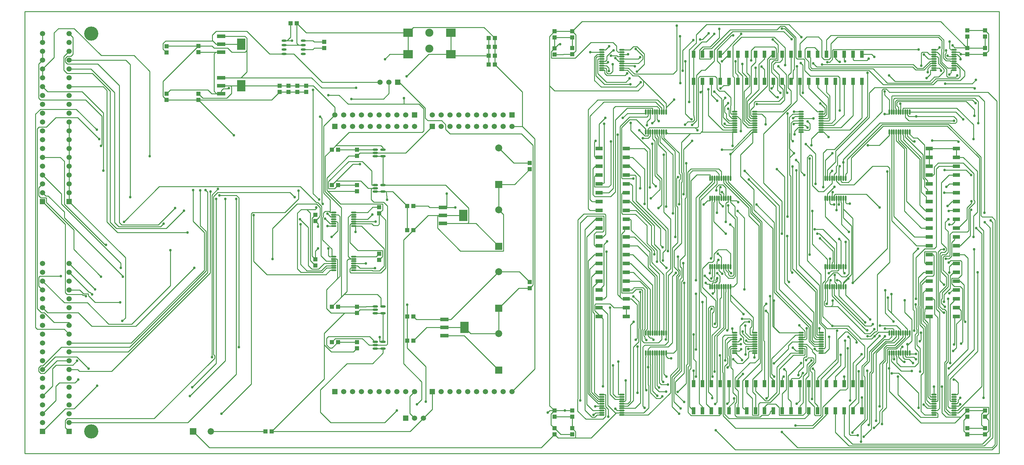
<source format=gtl>
G04 Layer_Physical_Order=1*
G04 Layer_Color=255*
%FSLAX25Y25*%
%MOIN*%
G70*
G01*
G75*
%ADD10R,0.05000X0.05000*%
%ADD11O,0.05709X0.02362*%
%ADD12R,0.05000X0.05000*%
%ADD13R,0.11024X0.09449*%
%ADD14R,0.09449X0.12598*%
%ADD15R,0.09449X0.03937*%
%ADD16O,0.01772X0.06299*%
%ADD17O,0.06299X0.01772*%
%ADD18O,0.06102X0.01772*%
%ADD19R,0.07874X0.03937*%
%ADD20R,0.03937X0.07874*%
%ADD21O,0.06102X0.02362*%
%ADD22C,0.01000*%
%ADD23C,0.09100*%
%ADD24C,0.05906*%
%ADD25R,0.05906X0.05906*%
%ADD26R,0.05906X0.05906*%
%ADD27C,0.07874*%
%ADD28R,0.07874X0.07874*%
%ADD29R,0.07284X0.07284*%
%ADD30C,0.07284*%
%ADD31C,0.16000*%
%ADD32C,0.03000*%
D10*
X598000Y21500D02*
D03*
Y28500D02*
D03*
X618000D02*
D03*
Y21500D02*
D03*
Y470500D02*
D03*
Y477500D02*
D03*
Y458500D02*
D03*
Y451500D02*
D03*
X1064000D02*
D03*
Y458500D02*
D03*
X1084000Y451500D02*
D03*
Y458500D02*
D03*
X1064000Y478500D02*
D03*
Y471500D02*
D03*
Y41500D02*
D03*
Y48500D02*
D03*
X598000Y41500D02*
D03*
Y48500D02*
D03*
X1064000Y21500D02*
D03*
Y28500D02*
D03*
X598000Y470500D02*
D03*
Y477500D02*
D03*
X338000Y465500D02*
D03*
Y458500D02*
D03*
X328000Y270000D02*
D03*
Y263000D02*
D03*
X160000Y453500D02*
D03*
Y460500D02*
D03*
X196000Y454000D02*
D03*
Y461000D02*
D03*
Y407000D02*
D03*
Y400000D02*
D03*
X160000Y407000D02*
D03*
Y400000D02*
D03*
X328000Y219500D02*
D03*
Y212500D02*
D03*
X1084000Y48500D02*
D03*
Y41500D02*
D03*
Y21500D02*
D03*
Y28500D02*
D03*
X618000Y48500D02*
D03*
Y41500D02*
D03*
X598000Y451398D02*
D03*
Y458398D02*
D03*
X1084000Y478500D02*
D03*
Y471500D02*
D03*
X375000Y303700D02*
D03*
Y296700D02*
D03*
Y119000D02*
D03*
Y126000D02*
D03*
X400000Y278500D02*
D03*
Y271500D02*
D03*
Y219000D02*
D03*
Y226000D02*
D03*
X307500Y416000D02*
D03*
Y409000D02*
D03*
X297500D02*
D03*
Y416000D02*
D03*
X375000Y343700D02*
D03*
Y336700D02*
D03*
Y159100D02*
D03*
Y166100D02*
D03*
X570000Y321500D02*
D03*
Y328500D02*
D03*
Y193900D02*
D03*
Y186900D02*
D03*
X287500Y416000D02*
D03*
Y409000D02*
D03*
X317500D02*
D03*
Y416000D02*
D03*
D11*
X314228Y452000D02*
D03*
Y457000D02*
D03*
Y462000D02*
D03*
Y467000D02*
D03*
X292772Y452000D02*
D03*
Y457000D02*
D03*
Y462000D02*
D03*
Y467000D02*
D03*
D12*
X307000Y486500D02*
D03*
X300000D02*
D03*
X438500Y252500D02*
D03*
X431500D02*
D03*
Y127500D02*
D03*
X438500D02*
D03*
Y280000D02*
D03*
X431500D02*
D03*
Y155000D02*
D03*
X438500D02*
D03*
X523500Y450000D02*
D03*
X530500D02*
D03*
Y460000D02*
D03*
X523500D02*
D03*
X346500Y303700D02*
D03*
X353500D02*
D03*
Y126000D02*
D03*
X346500D02*
D03*
Y343700D02*
D03*
X353500D02*
D03*
Y166100D02*
D03*
X346500D02*
D03*
X523500Y440000D02*
D03*
X530500D02*
D03*
Y470000D02*
D03*
X523500D02*
D03*
X271500Y25000D02*
D03*
X278500D02*
D03*
D13*
X432500Y476000D02*
D03*
Y451500D02*
D03*
X481000Y476000D02*
D03*
Y451500D02*
D03*
D14*
X244417Y463000D02*
D03*
Y416000D02*
D03*
X494917Y269200D02*
D03*
X496417Y142500D02*
D03*
D15*
X221583Y453945D02*
D03*
Y463000D02*
D03*
Y472055D02*
D03*
Y406945D02*
D03*
Y416000D02*
D03*
Y425055D02*
D03*
X472083Y260145D02*
D03*
Y269200D02*
D03*
Y278255D02*
D03*
X473583Y151555D02*
D03*
Y142500D02*
D03*
Y133445D02*
D03*
D16*
X975984Y363681D02*
D03*
X978543D02*
D03*
X981102D02*
D03*
X983661D02*
D03*
X986220D02*
D03*
X988780D02*
D03*
X991339D02*
D03*
X993898D02*
D03*
X996457D02*
D03*
X999016D02*
D03*
X975984Y386319D02*
D03*
X978543D02*
D03*
X981102D02*
D03*
X983661D02*
D03*
X986220D02*
D03*
X988780D02*
D03*
X991339D02*
D03*
X993898D02*
D03*
X996457D02*
D03*
X999016D02*
D03*
Y136319D02*
D03*
X996457D02*
D03*
X993898D02*
D03*
X991339D02*
D03*
X988780D02*
D03*
X986220D02*
D03*
X983661D02*
D03*
X981102D02*
D03*
X978543D02*
D03*
X975984D02*
D03*
X999016Y113681D02*
D03*
X996457D02*
D03*
X993898D02*
D03*
X991339D02*
D03*
X988780D02*
D03*
X986220D02*
D03*
X983661D02*
D03*
X981102D02*
D03*
X978543D02*
D03*
X975984D02*
D03*
X724016Y136319D02*
D03*
X721457D02*
D03*
X718898D02*
D03*
X716339D02*
D03*
X713780D02*
D03*
X711220D02*
D03*
X708661D02*
D03*
X706102D02*
D03*
X703543D02*
D03*
X700984D02*
D03*
X724016Y113681D02*
D03*
X721457D02*
D03*
X718898D02*
D03*
X716339D02*
D03*
X713780D02*
D03*
X711220D02*
D03*
X708661D02*
D03*
X706102D02*
D03*
X703543D02*
D03*
X700984D02*
D03*
Y363681D02*
D03*
X703543D02*
D03*
X706102D02*
D03*
X708661D02*
D03*
X711220D02*
D03*
X713780D02*
D03*
X716339D02*
D03*
X718898D02*
D03*
X721457D02*
D03*
X724016D02*
D03*
X700984Y386319D02*
D03*
X703543D02*
D03*
X706102D02*
D03*
X708661D02*
D03*
X711220D02*
D03*
X713780D02*
D03*
X716339D02*
D03*
X718898D02*
D03*
X721457D02*
D03*
X724016D02*
D03*
X903484Y188681D02*
D03*
X906043D02*
D03*
X908602D02*
D03*
X911161D02*
D03*
X913720D02*
D03*
X916280D02*
D03*
X918839D02*
D03*
X921398D02*
D03*
X923957D02*
D03*
X926516D02*
D03*
X903484Y211319D02*
D03*
X906043D02*
D03*
X908602D02*
D03*
X911161D02*
D03*
X913720D02*
D03*
X916280D02*
D03*
X918839D02*
D03*
X921398D02*
D03*
X923957D02*
D03*
X926516D02*
D03*
X773484Y288681D02*
D03*
X776043D02*
D03*
X778602D02*
D03*
X781161D02*
D03*
X783720D02*
D03*
X786280D02*
D03*
X788839D02*
D03*
X791398D02*
D03*
X793957D02*
D03*
X796516D02*
D03*
X773484Y311319D02*
D03*
X776043D02*
D03*
X778602D02*
D03*
X781161D02*
D03*
X783720D02*
D03*
X786280D02*
D03*
X788839D02*
D03*
X791398D02*
D03*
X793957D02*
D03*
X796516D02*
D03*
X926516D02*
D03*
X923957D02*
D03*
X921398D02*
D03*
X918839D02*
D03*
X916280D02*
D03*
X913720D02*
D03*
X911161D02*
D03*
X908602D02*
D03*
X906043D02*
D03*
X903484D02*
D03*
X926516Y288681D02*
D03*
X923957D02*
D03*
X921398D02*
D03*
X918839D02*
D03*
X916280D02*
D03*
X913720D02*
D03*
X911161D02*
D03*
X908602D02*
D03*
X906043D02*
D03*
X903484D02*
D03*
X796516Y211319D02*
D03*
X793957D02*
D03*
X791398D02*
D03*
X788839D02*
D03*
X786280D02*
D03*
X783720D02*
D03*
X781161D02*
D03*
X778602D02*
D03*
X776043D02*
D03*
X773484D02*
D03*
X796516Y188681D02*
D03*
X793957D02*
D03*
X791398D02*
D03*
X788839D02*
D03*
X786280D02*
D03*
X783720D02*
D03*
X781161D02*
D03*
X778602D02*
D03*
X776043D02*
D03*
X773484D02*
D03*
D17*
X673819Y433484D02*
D03*
Y436043D02*
D03*
Y438602D02*
D03*
Y441161D02*
D03*
Y443720D02*
D03*
Y446280D02*
D03*
Y448839D02*
D03*
Y451398D02*
D03*
Y453957D02*
D03*
Y456516D02*
D03*
X651181Y433484D02*
D03*
Y436043D02*
D03*
Y438602D02*
D03*
Y441161D02*
D03*
Y443720D02*
D03*
Y446280D02*
D03*
Y448839D02*
D03*
Y451398D02*
D03*
Y453957D02*
D03*
Y456516D02*
D03*
X1026181D02*
D03*
Y453957D02*
D03*
Y451398D02*
D03*
Y448839D02*
D03*
Y446280D02*
D03*
Y443720D02*
D03*
Y441161D02*
D03*
Y438602D02*
D03*
Y436043D02*
D03*
Y433484D02*
D03*
X1048819Y456516D02*
D03*
Y453957D02*
D03*
Y451398D02*
D03*
Y448839D02*
D03*
Y446280D02*
D03*
Y443720D02*
D03*
Y441161D02*
D03*
Y438602D02*
D03*
Y436043D02*
D03*
Y433484D02*
D03*
X1026181Y66516D02*
D03*
Y63957D02*
D03*
Y61398D02*
D03*
Y58839D02*
D03*
Y56280D02*
D03*
Y53720D02*
D03*
Y51161D02*
D03*
Y48602D02*
D03*
Y46043D02*
D03*
Y43484D02*
D03*
X1048819Y66516D02*
D03*
Y63957D02*
D03*
Y61398D02*
D03*
Y58839D02*
D03*
Y56280D02*
D03*
Y53720D02*
D03*
Y51161D02*
D03*
Y48602D02*
D03*
Y46043D02*
D03*
Y43484D02*
D03*
X673819D02*
D03*
Y46043D02*
D03*
Y48602D02*
D03*
Y51161D02*
D03*
Y53720D02*
D03*
Y56280D02*
D03*
Y58839D02*
D03*
Y61398D02*
D03*
Y63957D02*
D03*
Y66516D02*
D03*
X651181Y43484D02*
D03*
Y46043D02*
D03*
Y48602D02*
D03*
Y51161D02*
D03*
Y53720D02*
D03*
Y56280D02*
D03*
Y58839D02*
D03*
Y61398D02*
D03*
Y63957D02*
D03*
Y66516D02*
D03*
X876181Y136516D02*
D03*
Y133957D02*
D03*
Y131398D02*
D03*
Y128839D02*
D03*
Y126280D02*
D03*
Y123720D02*
D03*
Y121161D02*
D03*
Y118602D02*
D03*
Y116043D02*
D03*
Y113484D02*
D03*
X898819Y136516D02*
D03*
Y133957D02*
D03*
Y131398D02*
D03*
Y128839D02*
D03*
Y126280D02*
D03*
Y123720D02*
D03*
Y121161D02*
D03*
Y118602D02*
D03*
Y116043D02*
D03*
Y113484D02*
D03*
X823819D02*
D03*
Y116043D02*
D03*
Y118602D02*
D03*
Y121161D02*
D03*
Y123720D02*
D03*
Y126280D02*
D03*
Y128839D02*
D03*
Y131398D02*
D03*
Y133957D02*
D03*
Y136516D02*
D03*
X801181Y113484D02*
D03*
Y116043D02*
D03*
Y118602D02*
D03*
Y121161D02*
D03*
Y123720D02*
D03*
Y126280D02*
D03*
Y128839D02*
D03*
Y131398D02*
D03*
Y133957D02*
D03*
Y136516D02*
D03*
X898819Y363484D02*
D03*
Y366043D02*
D03*
Y368602D02*
D03*
Y371161D02*
D03*
Y373720D02*
D03*
Y376280D02*
D03*
Y378839D02*
D03*
Y381398D02*
D03*
Y383957D02*
D03*
Y386516D02*
D03*
X876181Y363484D02*
D03*
Y366043D02*
D03*
Y368602D02*
D03*
Y371161D02*
D03*
Y373720D02*
D03*
Y376280D02*
D03*
Y378839D02*
D03*
Y381398D02*
D03*
Y383957D02*
D03*
Y386516D02*
D03*
X801181D02*
D03*
Y383957D02*
D03*
Y381398D02*
D03*
Y378839D02*
D03*
Y376280D02*
D03*
Y373720D02*
D03*
Y371161D02*
D03*
Y368602D02*
D03*
Y366043D02*
D03*
Y363484D02*
D03*
X823819Y386516D02*
D03*
Y383957D02*
D03*
Y381398D02*
D03*
Y378839D02*
D03*
Y376280D02*
D03*
Y373720D02*
D03*
Y371161D02*
D03*
Y368602D02*
D03*
Y366043D02*
D03*
Y363484D02*
D03*
D18*
X348681Y272677D02*
D03*
Y270118D02*
D03*
Y267559D02*
D03*
Y265000D02*
D03*
Y262441D02*
D03*
Y259882D02*
D03*
Y257323D02*
D03*
X371319Y272677D02*
D03*
Y270118D02*
D03*
Y267559D02*
D03*
Y265000D02*
D03*
Y262441D02*
D03*
Y259882D02*
D03*
Y257323D02*
D03*
Y207323D02*
D03*
Y209882D02*
D03*
Y212441D02*
D03*
Y215000D02*
D03*
Y217559D02*
D03*
Y220118D02*
D03*
Y222677D02*
D03*
X348681Y207323D02*
D03*
Y209882D02*
D03*
Y212441D02*
D03*
Y215000D02*
D03*
Y217559D02*
D03*
Y220118D02*
D03*
Y222677D02*
D03*
D19*
X1051604Y195000D02*
D03*
Y175000D02*
D03*
Y165000D02*
D03*
Y155000D02*
D03*
Y185000D02*
D03*
Y235000D02*
D03*
Y205000D02*
D03*
Y215000D02*
D03*
Y225000D02*
D03*
Y245000D02*
D03*
Y285000D02*
D03*
Y255000D02*
D03*
Y265000D02*
D03*
Y275000D02*
D03*
Y295000D02*
D03*
Y335000D02*
D03*
Y305000D02*
D03*
Y315000D02*
D03*
Y325000D02*
D03*
Y345000D02*
D03*
X1020896D02*
D03*
Y325000D02*
D03*
Y315000D02*
D03*
Y305000D02*
D03*
Y335000D02*
D03*
Y295000D02*
D03*
Y275000D02*
D03*
Y265000D02*
D03*
Y255000D02*
D03*
Y285000D02*
D03*
Y245000D02*
D03*
Y225000D02*
D03*
Y215000D02*
D03*
Y205000D02*
D03*
Y235000D02*
D03*
Y185000D02*
D03*
Y155000D02*
D03*
Y165000D02*
D03*
Y175000D02*
D03*
Y195000D02*
D03*
X679104Y305000D02*
D03*
Y325000D02*
D03*
Y335000D02*
D03*
Y345000D02*
D03*
Y315000D02*
D03*
Y265000D02*
D03*
Y295000D02*
D03*
Y285000D02*
D03*
Y275000D02*
D03*
Y255000D02*
D03*
Y215000D02*
D03*
Y245000D02*
D03*
Y235000D02*
D03*
Y225000D02*
D03*
Y205000D02*
D03*
Y165000D02*
D03*
Y195000D02*
D03*
Y185000D02*
D03*
Y175000D02*
D03*
Y155000D02*
D03*
X648396D02*
D03*
Y175000D02*
D03*
Y185000D02*
D03*
Y195000D02*
D03*
Y165000D02*
D03*
Y205000D02*
D03*
Y225000D02*
D03*
Y235000D02*
D03*
Y245000D02*
D03*
Y215000D02*
D03*
Y255000D02*
D03*
Y275000D02*
D03*
Y285000D02*
D03*
Y295000D02*
D03*
Y265000D02*
D03*
Y315000D02*
D03*
Y345000D02*
D03*
Y335000D02*
D03*
Y325000D02*
D03*
Y305000D02*
D03*
D20*
X795000Y48396D02*
D03*
X775000D02*
D03*
X765000D02*
D03*
X755000D02*
D03*
X785000D02*
D03*
X835000D02*
D03*
X805000D02*
D03*
X815000D02*
D03*
X825000D02*
D03*
X845000D02*
D03*
X885000D02*
D03*
X855000D02*
D03*
X865000D02*
D03*
X875000D02*
D03*
X895000D02*
D03*
X935000D02*
D03*
X905000D02*
D03*
X915000D02*
D03*
X925000D02*
D03*
X945000D02*
D03*
Y79104D02*
D03*
X925000D02*
D03*
X915000D02*
D03*
X905000D02*
D03*
X935000D02*
D03*
X895000D02*
D03*
X875000D02*
D03*
X865000D02*
D03*
X855000D02*
D03*
X885000D02*
D03*
X845000D02*
D03*
X825000D02*
D03*
X815000D02*
D03*
X805000D02*
D03*
X835000D02*
D03*
X785000D02*
D03*
X755000D02*
D03*
X765000D02*
D03*
X775000D02*
D03*
X795000D02*
D03*
X905000Y420896D02*
D03*
X925000D02*
D03*
X935000D02*
D03*
X945000D02*
D03*
X915000D02*
D03*
X865000D02*
D03*
X895000D02*
D03*
X885000D02*
D03*
X875000D02*
D03*
X855000D02*
D03*
X815000D02*
D03*
X845000D02*
D03*
X835000D02*
D03*
X825000D02*
D03*
X805000D02*
D03*
X765000D02*
D03*
X795000D02*
D03*
X785000D02*
D03*
X775000D02*
D03*
X755000D02*
D03*
Y451604D02*
D03*
X775000D02*
D03*
X785000D02*
D03*
X795000D02*
D03*
X765000D02*
D03*
X805000D02*
D03*
X825000D02*
D03*
X835000D02*
D03*
X845000D02*
D03*
X815000D02*
D03*
X855000D02*
D03*
X875000D02*
D03*
X885000D02*
D03*
X895000D02*
D03*
X865000D02*
D03*
X915000D02*
D03*
X945000D02*
D03*
X935000D02*
D03*
X925000D02*
D03*
X905000D02*
D03*
D21*
X404429Y296260D02*
D03*
Y303740D02*
D03*
X395571Y296260D02*
D03*
Y300000D02*
D03*
Y303740D02*
D03*
Y126240D02*
D03*
Y122500D02*
D03*
Y118760D02*
D03*
X404429Y126240D02*
D03*
Y118760D02*
D03*
Y336260D02*
D03*
Y343740D02*
D03*
X395571Y336260D02*
D03*
Y340000D02*
D03*
Y343740D02*
D03*
Y166240D02*
D03*
Y162500D02*
D03*
Y158760D02*
D03*
X404429Y166240D02*
D03*
Y158760D02*
D03*
D22*
X346500Y126000D02*
X350400Y129900D01*
X381100D01*
X388500Y122500D01*
X395571D01*
X391100Y298900D02*
X392200Y300000D01*
X391100Y287200D02*
Y298900D01*
Y287200D02*
X394100Y284200D01*
X405000D01*
X409200Y280000D01*
Y123700D02*
Y280000D01*
X408000Y122500D02*
X409200Y123700D01*
X395571Y122500D02*
X408000D01*
X346500Y303700D02*
X351200Y308400D01*
X379400D01*
X387800Y300000D01*
X360400Y180000D02*
X397900D01*
X401900Y176000D01*
Y166240D02*
X404429D01*
X351100Y348300D02*
X402100D01*
X404400Y346000D01*
Y343740D02*
X404429D01*
X229700Y412600D02*
X230300Y413200D01*
X223900Y412600D02*
X229700D01*
X221583Y410283D02*
X223900Y412600D01*
X221583Y406945D02*
Y410283D01*
X456000Y451500D02*
X481000D01*
X213758Y452203D02*
X215500Y453945D01*
X213758Y409742D02*
Y452203D01*
Y409742D02*
X216555Y406945D01*
X221583D01*
X523500Y440000D02*
Y450000D01*
Y460000D01*
Y470000D01*
X481000Y451500D02*
Y476000D01*
X50000Y205000D02*
X72611Y182389D01*
X73500D01*
X75889Y180000D01*
X15700Y300700D02*
X20000Y305000D01*
X15700Y291600D02*
Y300700D01*
Y291600D02*
X18000Y289300D01*
X24300D01*
Y284000D02*
Y289300D01*
Y284000D02*
X55200Y253100D01*
Y230900D02*
Y253100D01*
Y230900D02*
X86100Y200000D01*
X20000Y285000D02*
X45700Y259300D01*
Y182000D02*
Y259300D01*
Y182000D02*
X47700Y180000D01*
X64488D01*
X65588Y178900D01*
X68000D01*
X68900Y178000D01*
X50000Y475000D02*
X54300Y470700D01*
Y451553D02*
Y470700D01*
X52000Y449253D02*
X54300Y451553D01*
X48000Y449253D02*
X52000D01*
X45747Y447000D02*
X48000Y449253D01*
X45747Y443000D02*
Y447000D01*
Y443000D02*
X48000Y440747D01*
X82153D01*
X106700Y416200D01*
Y261200D02*
Y416200D01*
Y261200D02*
X109300Y258600D01*
X150600D01*
X169700Y277700D01*
X216100Y101972D02*
Y287900D01*
X189128Y75000D02*
X216100Y101972D01*
X209300Y296000D02*
X209600Y296300D01*
X209300Y204271D02*
Y296000D01*
X98129Y93100D02*
X209300Y204271D01*
X61685Y93100D02*
X98129D01*
X59785Y95000D02*
X61685Y93100D01*
X50000Y95000D02*
X59785D01*
X20000Y45000D02*
X35000Y60000D01*
Y76000D01*
X39000Y80000D01*
X56600D01*
X60300Y83700D01*
X125300Y144100D02*
X191200Y210000D01*
X75500Y144100D02*
X125300D01*
X60200Y159400D02*
X75500Y144100D01*
X25600Y159400D02*
X60200D01*
X20000Y165000D02*
X25600Y159400D01*
X15700Y189300D02*
X20000Y185000D01*
X15700Y189300D02*
Y199300D01*
X17000Y200600D01*
X40600D01*
X118900Y290100D02*
Y440000D01*
X113900Y445000D02*
X118900Y440000D01*
X50000Y445000D02*
X113900D01*
X50000Y125000D02*
X120100D01*
X202488Y207388D01*
Y250012D01*
X190000Y262500D02*
X202488Y250012D01*
X190000Y262500D02*
Y298000D01*
X20000Y415000D02*
X25600Y409400D01*
X64700D01*
X88800Y385300D01*
Y320000D02*
Y385300D01*
X20000Y425000D02*
Y435000D01*
X141000Y336300D02*
Y432400D01*
X123200Y450200D02*
X141000Y432400D01*
X86400Y450200D02*
X123200D01*
X55800Y480800D02*
X86400Y450200D01*
X37900Y480800D02*
X55800D01*
X33100Y476000D02*
X37900Y480800D01*
X33100Y448100D02*
Y476000D01*
X20000Y435000D02*
X33100Y448100D01*
X20000Y465000D02*
Y475000D01*
Y445000D02*
Y455000D01*
X687700Y187500D02*
X697913D01*
X685200Y185000D02*
X687700Y187500D01*
X679104Y185000D02*
X685200D01*
X1020896Y315000D02*
X1025500D01*
X1026500Y316000D01*
Y324000D01*
X1031000Y328500D01*
X1059200D01*
X1071200Y316500D01*
Y286536D02*
Y316500D01*
Y286536D02*
X1072261Y285475D01*
Y283761D02*
Y285475D01*
X1065500Y277000D02*
X1072261Y283761D01*
X1065500Y252200D02*
Y277000D01*
X1064000Y250700D02*
X1065500Y252200D01*
X1047200Y250700D02*
X1064000D01*
X1044400Y247900D02*
X1047200Y250700D01*
X1044400Y224100D02*
Y247900D01*
X1043500Y223200D02*
X1044400Y224100D01*
X1037900Y223200D02*
X1043500D01*
X1036700Y222000D02*
X1037900Y223200D01*
X1036700Y207445D02*
Y222000D01*
Y207445D02*
X1042300Y201845D01*
Y188600D02*
Y201845D01*
X1035700Y182000D02*
X1042300Y188600D01*
X1035700Y175300D02*
Y182000D01*
X1034700Y174300D02*
X1035700Y175300D01*
X1034700Y170100D02*
Y174300D01*
Y170100D02*
X1038800Y166000D01*
X472083Y269200D02*
X494917D01*
X438500Y252500D02*
X455200Y269200D01*
X535000Y275591D02*
Y304409D01*
X552909D02*
X570000Y321500D01*
X535000Y304409D02*
X552909D01*
X473583Y142500D02*
X496417D01*
X470500Y376500D02*
X475000Y372000D01*
Y366500D02*
Y372000D01*
Y366500D02*
X480000Y361500D01*
X560800D01*
X573800Y348500D01*
Y190700D02*
Y348500D01*
X570000Y186900D02*
X573800Y190700D01*
X535000Y135591D02*
Y164409D01*
X557491Y186900D01*
X570000D01*
X340441Y217559D02*
X348681D01*
X334300Y223700D02*
X340441Y217559D01*
X111900Y262100D02*
X151800Y302000D01*
X221583Y463000D02*
X244417D01*
X276400Y452000D02*
X292772D01*
X250600Y477800D02*
X276400Y452000D01*
X216100Y477800D02*
X250600D01*
X211700Y473400D02*
X216100Y477800D01*
X211700Y467300D02*
Y473400D01*
X216000Y463000D02*
X221583D01*
X156100Y457400D02*
X160000Y453500D01*
X156100Y457400D02*
Y463900D01*
X158900Y466700D01*
X212300D01*
X216000Y463000D01*
X798900Y363484D02*
X801181D01*
X903484Y331484D02*
X911600Y339600D01*
X903484Y311319D02*
Y331484D01*
X803569Y286031D02*
X805200Y284400D01*
X763000Y408800D02*
X765000Y410800D01*
X677800Y427800D02*
X679900Y429900D01*
X657000Y427800D02*
X677800D01*
X654700Y430100D02*
X657000Y427800D01*
X651181Y433484D02*
X654700D01*
X732300Y113600D02*
X735600Y116900D01*
Y200700D01*
X737900Y203000D01*
Y206000D01*
X732900Y211000D02*
X737900Y206000D01*
X732900Y211000D02*
Y229600D01*
X741400Y238100D01*
Y288450D01*
X740900Y288950D02*
X741400Y288450D01*
X740900Y288950D02*
Y306200D01*
X742100Y307400D01*
Y317379D01*
X741400Y318079D02*
X742100Y317379D01*
X741400Y318079D02*
Y352000D01*
X751449Y362049D01*
X796516Y284400D02*
X801715Y279200D01*
Y269385D02*
Y279200D01*
Y269385D02*
X803900Y267200D01*
Y192500D02*
Y267200D01*
X800000Y188600D02*
X803900Y192500D01*
X796516Y188600D02*
Y188681D01*
X900700Y155100D02*
X911600Y144200D01*
X900700Y155100D02*
Y192800D01*
X903484Y195584D01*
Y211319D01*
X943900Y129800D02*
X956034D01*
X929500Y144200D02*
X943900Y129800D01*
X911600Y144200D02*
X929500D01*
X975984Y384100D02*
Y386319D01*
X670000Y66516D02*
X673819D01*
X670000D02*
Y103900D01*
X726316Y107700D02*
X729500D01*
X724016Y110000D02*
X726316Y107700D01*
X945000Y48396D02*
Y63200D01*
X925000Y79104D02*
Y87100D01*
X1056842Y124442D02*
X1058642Y126241D01*
Y186258D01*
X1056000Y188900D02*
X1058642Y186258D01*
X1049467Y188900D02*
X1056000D01*
X1046367Y192000D02*
X1049467Y188900D01*
X1046367Y192000D02*
Y198300D01*
X1054000D01*
X1057700Y202000D01*
Y217000D01*
X1056300Y218400D02*
X1057700Y217000D01*
X1045300Y218400D02*
X1056300D01*
X1042900Y216000D02*
X1045300Y218400D01*
X1043300Y315000D02*
X1051604D01*
X1034700Y306400D02*
X1043300Y315000D01*
X1034700Y238100D02*
Y306400D01*
Y238100D02*
X1040383Y232417D01*
Y229683D02*
Y232417D01*
X1038200Y227500D02*
X1040383Y229683D01*
X1034600Y227500D02*
X1038200D01*
X1033000Y225900D02*
X1034600Y227500D01*
X1033000Y195500D02*
Y225900D01*
Y195500D02*
X1037500Y191000D01*
X656500Y177500D02*
Y228300D01*
X654000Y175000D02*
X656500Y177500D01*
X648396Y175000D02*
X654000D01*
X1005900D02*
Y221600D01*
X1016000Y231700D01*
X1026700D01*
X1029000Y234000D01*
Y322000D01*
X1032000Y325000D01*
X1051604D01*
X297500Y416000D02*
X307500D01*
X287500D02*
X297500D01*
X307500D02*
X317500D01*
X244417D02*
X287500D01*
X232107D02*
X244417D01*
X196000Y407000D02*
X201100Y401900D01*
X227900D01*
X233200Y407200D01*
Y414907D01*
X232107Y416000D02*
X233200Y414907D01*
X221583Y416000D02*
X232107D01*
X344700Y272677D02*
Y287100D01*
X337200Y294600D02*
X344700Y287100D01*
X337200Y294600D02*
Y370200D01*
X350000Y383000D01*
X342600Y224000D02*
X343923Y222677D01*
X342600Y224000D02*
Y231900D01*
X328000Y228900D02*
X331000Y231900D01*
X328000Y219500D02*
Y228900D01*
X618000Y28500D02*
Y41500D01*
X639257Y17600D02*
X667700Y46043D01*
X673819D01*
X598000Y41500D02*
X618000D01*
X673819Y46043D02*
X698643D01*
X704300Y51700D01*
Y76900D01*
X703543Y77657D02*
X704300Y76900D01*
X703543Y359200D02*
Y363681D01*
X700000Y359200D02*
X703543D01*
X693700Y365500D02*
X700000Y359200D01*
X618000Y28500D02*
X621800Y24700D01*
Y17600D02*
Y24700D01*
X598000Y21500D02*
X601900Y17600D01*
X818400Y116043D02*
X823819D01*
X817000Y114643D02*
X818400Y116043D01*
X804400Y102000D02*
X810400D01*
X799800Y106600D02*
X804400Y102000D01*
X891600Y118300D02*
X893857Y116043D01*
X898819D01*
X923957Y311319D02*
Y329443D01*
X863100Y344900D02*
Y380166D01*
X866891Y383957D01*
X779949Y196549D02*
X781800Y198400D01*
X703543Y363681D02*
Y367043D01*
X759000Y368500D02*
X760200Y369700D01*
Y424800D01*
X762000Y426600D01*
X779300D01*
X781400Y424500D01*
Y412700D02*
Y424500D01*
Y412700D02*
X784100Y410000D01*
X789500D01*
X797000Y402500D01*
Y393600D02*
Y402500D01*
X796731Y393331D02*
X797000Y393600D01*
X796731Y385000D02*
Y393331D01*
Y385000D02*
X797775Y383957D01*
X801181D01*
X776043Y285737D02*
Y288681D01*
X775672Y285366D02*
X776043Y285737D01*
X775672Y221372D02*
Y285366D01*
X774800Y220500D02*
X775672Y221372D01*
X781800Y195151D02*
Y198400D01*
X776600Y193200D02*
X779849D01*
X776043Y188681D02*
Y192643D01*
X776700Y193300D02*
X779949D01*
Y196549D01*
X731100Y200400D02*
X735100Y204400D01*
X731100Y125417D02*
Y200400D01*
X726183Y120500D02*
X731100Y125417D01*
X706000Y120500D02*
X726183D01*
X703543Y118043D02*
X706000Y120500D01*
X703543Y113681D02*
Y118043D01*
X974200Y163057D02*
Y176400D01*
X923957Y205243D02*
X925200Y204000D01*
X923957Y205243D02*
Y211319D01*
X996457Y136319D02*
Y140800D01*
X978200Y159057D02*
Y180400D01*
X1042300Y104032D02*
Y174900D01*
X1040000Y101732D02*
X1042300Y104032D01*
X1040000Y50343D02*
Y101732D01*
Y50343D02*
X1044300Y46043D01*
X1048819D01*
X817000Y108600D02*
Y114643D01*
X810400Y102000D02*
X817000Y108600D01*
X703543Y97700D02*
Y113681D01*
X1084000Y41500D02*
X1087900Y37600D01*
Y25400D02*
Y37600D01*
X1084000Y21500D02*
X1087900Y25400D01*
X1064000Y21500D02*
X1084000D01*
X1060100Y37600D02*
X1064000Y41500D01*
X1060100Y25400D02*
Y37600D01*
Y25400D02*
X1064000Y21500D01*
X1084000Y41500D02*
X1087900Y45400D01*
Y52200D01*
X1087700Y52400D02*
X1087900Y52200D01*
X1060300Y52400D02*
X1087700D01*
X1053943Y46043D02*
X1060300Y52400D01*
X1048819Y46043D02*
X1053943D01*
X598000Y458398D02*
X602602Y463000D01*
X604400D01*
X898000Y396000D02*
X903300Y390700D01*
Y385000D02*
Y390700D01*
X902257Y383957D02*
X903300Y385000D01*
X898819Y383957D02*
X902257D01*
X674000Y175000D02*
X679104D01*
X671900Y177100D02*
X674000Y175000D01*
X671900Y177100D02*
Y369875D01*
X682625Y380600D01*
X702143D01*
X703543Y382000D01*
Y386319D01*
X806500Y116043D02*
X808500Y118043D01*
X866948Y119652D02*
X870557Y116043D01*
X876181D01*
X996457Y113681D02*
Y122357D01*
X1001300Y127200D02*
Y151800D01*
X993300Y159800D02*
Y173300D01*
X923957Y188681D02*
Y192357D01*
X598000Y458398D02*
Y470500D01*
X618000D01*
Y458500D02*
Y470500D01*
X594200Y454598D02*
X598000Y458398D01*
X594200Y447500D02*
Y454598D01*
Y447500D02*
X594400Y447300D01*
X621300D01*
X638900Y464900D01*
X664000D01*
X668000Y460900D01*
Y455800D02*
Y460900D01*
Y455800D02*
X669843Y453957D01*
X673819D01*
X1064000Y451500D02*
X1084000D01*
Y478500D02*
X1087900Y474600D01*
Y455400D02*
Y474600D01*
X1084000Y451500D02*
X1087900Y455400D01*
X1064000Y478500D02*
X1084000D01*
X796516Y338600D02*
X821400Y363484D01*
X724016Y386319D02*
Y391416D01*
X733000Y400400D01*
X796516Y311319D02*
Y338600D01*
X852000Y136516D02*
X876181D01*
X845600Y142916D02*
X852000Y136516D01*
X845600Y142916D02*
Y172900D01*
X911900Y168000D02*
Y172900D01*
X902500Y168000D02*
X904100Y166400D01*
X902500Y168000D02*
Y172100D01*
X903484Y173084D01*
Y188681D01*
X724016Y129616D02*
Y136319D01*
X798500Y136516D02*
X801181D01*
X844200Y144000D02*
X851684Y136516D01*
X823000Y275800D02*
X844200Y254600D01*
X823000Y275800D02*
Y298800D01*
X808000Y313800D02*
X823000Y298800D01*
X808000Y313800D02*
Y337900D01*
X821600Y351500D01*
Y363484D02*
X823819D01*
X1064000Y28500D02*
X1084000D01*
X1080100Y44600D02*
X1084000Y48500D01*
X1080100Y32400D02*
Y44600D01*
Y32400D02*
X1084000Y28500D01*
X1064000Y48500D02*
X1084000D01*
X1011800Y34600D02*
X1050100D01*
X975984Y70416D02*
X1011800Y34600D01*
X1040000Y41200D02*
X1056700D01*
X1035300Y45900D02*
X1040000Y41200D01*
X1035300Y45900D02*
Y75500D01*
X1026181Y66516D02*
X1026200D01*
X594100Y32400D02*
X598000Y28500D01*
X594100Y32400D02*
Y44600D01*
X598000Y48500D01*
X592500D02*
X598000D01*
X590400Y46400D02*
X592500Y48500D01*
X658600Y41500D02*
Y50100D01*
X655700Y53000D02*
X658600Y50100D01*
X655700Y53000D02*
Y66516D01*
X651181D02*
X655700D01*
X598000Y477500D02*
X618000D01*
Y451500D02*
X621900Y455400D01*
Y473600D01*
X618000Y477500D02*
X621900Y473600D01*
X598000Y451398D02*
X607900D01*
X608002Y451500D01*
X618000D01*
X686400Y427400D02*
X692600D01*
X673819Y433484D02*
X680316D01*
X1084000Y458500D02*
Y471500D01*
X1064000Y458500D02*
X1084000D01*
X1064000Y459100D02*
Y471500D01*
X1045800Y433484D02*
X1048819D01*
X1043500Y428600D02*
X1045800Y430900D01*
X1047400Y461500D02*
X1049800Y459100D01*
X50000Y305000D02*
Y315000D01*
Y325000D01*
Y295000D02*
Y305000D01*
Y325000D02*
Y335000D01*
Y345000D01*
Y285000D02*
Y295000D01*
X110100Y150000D02*
X113500Y153400D01*
Y221500D01*
X50000Y285000D02*
X113500Y221500D01*
X50000Y345000D02*
Y355000D01*
Y365000D01*
Y375000D01*
X196000Y400000D02*
X236000Y360000D01*
X406600Y446100D02*
X412000Y451500D01*
X432500D01*
X156100Y421100D02*
X196000Y461000D01*
X156100Y403900D02*
Y421100D01*
Y403900D02*
X160000Y400000D01*
X196000D01*
X400000Y259500D02*
Y271500D01*
X398500Y258000D02*
X400000Y259500D01*
X393500Y258000D02*
X398500D01*
X391618Y259882D02*
X393500Y258000D01*
X371319Y259882D02*
X391618D01*
X353100Y197900D02*
Y219018D01*
X352000Y220118D02*
X353100Y219018D01*
X348681Y220118D02*
X352000D01*
X307000Y486500D02*
X317500Y476000D01*
X432500D01*
X355500Y200300D02*
Y268300D01*
X353682Y270118D02*
X355500Y268300D01*
X348681Y270118D02*
X353682D01*
X307500Y409000D02*
X317500D01*
X297500D02*
X307500D01*
X278500Y400000D02*
X287500Y409000D01*
X196000Y400000D02*
X278500D01*
X287500Y409000D02*
X297500D01*
X307000Y464000D02*
X309000Y462000D01*
X307000Y464000D02*
Y486500D01*
X530500Y460000D02*
Y470000D01*
Y450000D02*
Y460000D01*
Y440000D02*
Y450000D01*
X755000Y420896D02*
Y451604D01*
X679104Y155000D02*
Y165000D01*
X665000D02*
X679104D01*
X660800Y169200D02*
X665000Y165000D01*
X644358Y169200D02*
X660800D01*
X643158Y168000D02*
X644358Y169200D01*
X643158Y161731D02*
Y168000D01*
X652700Y75900D02*
Y152190D01*
X1020896Y325000D02*
Y335000D01*
Y345000D01*
X1051604D01*
Y335000D02*
Y345000D01*
X769246Y465746D02*
X778300Y474800D01*
X764446Y465746D02*
X769246D01*
X755000Y456300D02*
X764446Y465746D01*
X755000Y451604D02*
Y456300D01*
X1026181Y456516D02*
X1029616D01*
X1032500Y459400D01*
X1012100Y438600D02*
Y453000D01*
X1013100Y454000D01*
X1018698D01*
X1021300Y451398D01*
X1026181D01*
X1022416Y441161D02*
X1026181D01*
X1015154Y433900D02*
X1022416Y441161D01*
X1005750Y433900D02*
X1015154D01*
X1002450Y437200D02*
X1005750Y433900D01*
X894100Y437200D02*
X1002450D01*
X890000Y441300D02*
X894100Y437200D01*
X1022402Y438602D02*
X1026181D01*
X1019200Y435400D02*
X1022402Y438602D01*
X1019200Y431400D02*
Y435400D01*
X801181Y381398D02*
X804402D01*
X808200Y377600D01*
Y364800D02*
Y377600D01*
X790100Y373053D02*
X791991Y371161D01*
X801181D01*
X790092Y368602D02*
X801181D01*
X786500Y372195D02*
X790092Y368602D01*
X786500Y372195D02*
Y401200D01*
X778300Y409400D02*
X786500Y401200D01*
X788000Y366043D02*
X801181D01*
X771800Y382243D02*
X788000Y366043D01*
X771800Y382243D02*
Y412100D01*
X646000Y451398D02*
X651181D01*
X643000Y448398D02*
X646000Y451398D01*
X643000Y422100D02*
Y448398D01*
Y422100D02*
X650600Y414500D01*
X689900D01*
X695450Y420050D01*
X646000Y448839D02*
X651181D01*
X644800Y447639D02*
X646000Y448839D01*
X644800Y427300D02*
Y447639D01*
Y427300D02*
X654300Y417800D01*
X683700D01*
X647300Y446280D02*
X651181D01*
X646600Y445580D02*
X647300Y446280D01*
X646600Y430100D02*
Y445580D01*
Y430100D02*
X656600Y420100D01*
X678700D01*
X682800Y424200D01*
X651181Y438602D02*
X656698D01*
X659400Y435900D01*
Y432500D02*
Y435900D01*
X765100Y468300D02*
X772100Y475300D01*
X762300Y468300D02*
X765100D01*
X868584Y386516D02*
X876181D01*
X868300Y386800D02*
X868584Y386516D01*
X878300Y408100D02*
Y439400D01*
X876000Y441700D02*
X878300Y439400D01*
X867400Y379200D02*
X869598Y381398D01*
X876181D01*
X850600Y437900D02*
X859700Y428800D01*
Y408731D02*
Y428800D01*
Y408731D02*
X860600Y407831D01*
X868000Y372600D02*
X869120Y373720D01*
X876181D01*
X883500Y375800D02*
X886400Y372900D01*
Y367100D02*
Y372900D01*
X885100Y365800D02*
X886400Y367100D01*
X881200Y365800D02*
X885100D01*
X880957Y366043D02*
X881200Y365800D01*
X876181Y366043D02*
X880957D01*
X781161Y272439D02*
Y288681D01*
X901200Y301300D02*
Y340000D01*
X905200Y344000D01*
X913900D01*
X951300Y381400D01*
Y430600D01*
X783720Y283880D02*
X788000Y279600D01*
X783720Y283880D02*
Y288681D01*
X823800Y113484D02*
X823819D01*
X813869Y121161D02*
X823819D01*
X813700Y120992D02*
X813869Y121161D01*
X813700Y112100D02*
Y120992D01*
X812400Y148900D02*
X817600D01*
X807400Y143900D02*
X812400Y148900D01*
X807400Y134900D02*
Y143900D01*
Y134900D02*
X811300Y131000D01*
Y126100D02*
Y131000D01*
Y126100D02*
X813680Y123720D01*
X823819D01*
X817261Y128839D02*
X823819D01*
X810300Y135800D02*
X817261Y128839D01*
X810300Y135800D02*
Y138100D01*
X813200Y136570D02*
Y144600D01*
Y136570D02*
X818372Y131398D01*
X823819D01*
X819743Y133957D02*
X823819D01*
X818700Y135000D02*
X819743Y133957D01*
X818700Y135000D02*
Y141800D01*
X820500Y143600D01*
Y150200D01*
X818400Y152300D02*
X820500Y150200D01*
X809800Y152300D02*
X818400D01*
X888900Y236843D02*
Y274400D01*
Y236843D02*
X906043Y219700D01*
Y211319D02*
Y219700D01*
X898819Y118602D02*
X902402D01*
X903800Y120000D01*
Y140600D01*
X896900Y147500D02*
X903800Y140600D01*
X896900Y147500D02*
Y190200D01*
X873900Y213200D02*
X896900Y190200D01*
X873900Y213200D02*
Y328600D01*
X870600Y331900D02*
X873900Y328600D01*
X812500Y319600D02*
X851700Y280400D01*
Y185604D02*
Y280400D01*
Y185604D02*
X888900Y148404D01*
Y128400D02*
Y148404D01*
Y128400D02*
X891020Y126280D01*
X898819D01*
X895000Y133957D02*
X898819D01*
X894300Y134657D02*
X895000Y133957D01*
X894300Y134657D02*
Y185100D01*
X871100Y208300D02*
X894300Y185100D01*
X871100Y208300D02*
Y320400D01*
X706102Y359002D02*
Y363681D01*
X703600Y356500D02*
X706102Y359002D01*
X697600Y356500D02*
X703600D01*
X708661Y355961D02*
Y363681D01*
Y355961D02*
X711300Y353323D01*
Y314213D02*
Y353323D01*
Y314213D02*
X717000Y308513D01*
Y298700D02*
Y308513D01*
X706800Y288500D02*
X717000Y298700D01*
X711220Y358000D02*
Y363681D01*
Y358000D02*
X713197Y356023D01*
Y316303D02*
Y356023D01*
Y316303D02*
X718900Y310600D01*
Y281200D02*
Y310600D01*
X715200Y277500D02*
X718900Y281200D01*
X734300Y245000D02*
Y278200D01*
X733900Y278600D02*
X734300Y278200D01*
X733900Y278600D02*
Y341900D01*
X718898Y356902D02*
X733900Y341900D01*
X718898Y356902D02*
Y363681D01*
X673819Y43484D02*
X703679D01*
X728900Y68705D01*
Y88400D01*
X737400Y96900D01*
Y199700D01*
X739700Y202000D01*
Y206800D01*
X737400Y209100D02*
X739700Y206800D01*
X737400Y209100D02*
Y222500D01*
X694600Y182800D02*
X695000Y182400D01*
X688934Y51161D02*
X695000Y57228D01*
X673819Y51161D02*
X688934D01*
X666193Y61398D02*
X673819D01*
X660700Y66890D02*
X666193Y61398D01*
X660700Y66890D02*
Y165000D01*
X700500Y72599D02*
X701499Y71600D01*
X700500Y72599D02*
Y108700D01*
X700984Y109184D01*
Y113681D01*
X708661Y70539D02*
Y113681D01*
Y70539D02*
X714000Y65200D01*
X713780Y76720D02*
Y113681D01*
Y76720D02*
X715900Y74600D01*
X718898Y82802D02*
X720708Y80992D01*
X718898Y82802D02*
Y113681D01*
X721457Y89843D02*
X724200Y87100D01*
X721457Y89843D02*
Y113681D01*
X837400Y62400D02*
X839300Y64300D01*
Y158700D01*
X836800Y161200D02*
X839300Y158700D01*
X776600Y181100D02*
X778602Y183102D01*
Y188681D01*
X786280Y176580D02*
Y188681D01*
X784600Y174900D02*
X786280Y176580D01*
X784600Y142300D02*
Y174900D01*
X775800Y133500D02*
X784600Y142300D01*
X775800Y87700D02*
Y133500D01*
Y87700D02*
X776400Y87100D01*
X999016Y133116D02*
Y136319D01*
X983748Y118200D02*
X998664Y133116D01*
X974660Y118200D02*
X983748D01*
X973700Y117240D02*
X974660Y118200D01*
X973700Y103119D02*
Y117240D01*
X972600Y102019D02*
X973700Y103119D01*
X972600Y51815D02*
Y102019D01*
X967700Y46915D02*
X972600Y51815D01*
X967700Y33200D02*
Y46915D01*
X958708Y29008D02*
X964900Y35200D01*
Y47715D01*
X968415Y51230D01*
Y101637D01*
X971778Y105000D01*
Y118528D01*
X973350Y120100D01*
X983100D01*
X993898Y130898D01*
Y136319D01*
X991339Y131800D02*
Y136319D01*
X981896Y122357D02*
X991339Y131800D01*
X973061Y122357D02*
X981896D01*
X969900Y119196D02*
X973061Y122357D01*
X969900Y106000D02*
Y119196D01*
X964900Y101000D02*
X969900Y106000D01*
X964900Y53300D02*
Y101000D01*
X946900Y18900D02*
X955700Y27700D01*
Y90350D01*
X957600Y92250D01*
Y112738D01*
X971892Y127030D01*
X978691D01*
X983661Y132000D01*
Y136319D01*
X1082200Y63100D02*
Y251900D01*
X1077500Y256600D02*
X1082200Y251900D01*
X1077500Y256600D02*
Y334141D01*
X1041444Y370197D02*
X1077500Y334141D01*
X969128Y370197D02*
X1041444D01*
X933100Y334169D02*
X969128Y370197D01*
X933100Y310300D02*
Y334169D01*
X929500Y306700D02*
X933100Y310300D01*
X922698Y306700D02*
X929500D01*
X921398Y308000D02*
X922698Y306700D01*
X921398Y308000D02*
Y311319D01*
X780000Y26300D02*
X802000Y4300D01*
X1092000D01*
X976000Y408800D02*
X1087200D01*
X972500Y412300D02*
X976000Y408800D01*
X969000Y412300D02*
X972500D01*
X967700Y411000D02*
X969000Y412300D01*
X967700Y386600D02*
Y411000D01*
X917200Y336100D02*
X967700Y386600D01*
X917200Y326043D02*
Y336100D01*
X916014Y324857D02*
X917200Y326043D01*
X916014Y317993D02*
Y324857D01*
X913720Y315700D02*
X916014Y317993D01*
X913720Y311319D02*
Y315700D01*
X932100Y20600D02*
X940300D01*
X930700Y22000D02*
X932100Y20600D01*
X930700Y22000D02*
Y53900D01*
X938400Y61600D01*
Y99700D01*
X947900Y109200D01*
Y121573D01*
X927673Y141800D02*
X947900Y121573D01*
X915400Y141800D02*
X927673D01*
X914800Y141200D02*
X915400Y141800D01*
X905800Y141200D02*
X914800D01*
X898800Y148200D02*
X905800Y141200D01*
X898800Y148200D02*
Y202600D01*
X883200Y218200D02*
X898800Y202600D01*
X883200Y218200D02*
Y334800D01*
X886000Y337600D01*
X887300D01*
X889000Y335900D01*
Y303200D02*
Y335900D01*
Y303200D02*
X896000Y296200D01*
X901600D01*
X911161Y305761D01*
Y311319D01*
X1071200Y414100D02*
X1072400Y412900D01*
X959400Y414100D02*
X1071200D01*
X953300Y408000D02*
X959400Y414100D01*
X953300Y380300D02*
Y408000D01*
X915300Y342300D02*
X953300Y380300D01*
X915300Y329900D02*
Y342300D01*
X906043Y320643D02*
X915300Y329900D01*
X906043Y311319D02*
Y320643D01*
X997925Y376400D02*
X1048900D01*
X993898Y380427D02*
X997925Y376400D01*
X993898Y380427D02*
Y386319D01*
X991339D02*
Y390800D01*
X1051963D01*
X1070900Y371863D01*
Y355800D02*
Y371863D01*
X988780Y386319D02*
Y395007D01*
X988286Y395500D02*
X988780Y395007D01*
X1038300Y320600D02*
X1062600D01*
X1068300Y314900D01*
X1069500Y400100D02*
X1073400Y396200D01*
X984600Y400100D02*
X1069500D01*
X982500Y398000D02*
X984600Y400100D01*
X982500Y390900D02*
Y398000D01*
Y390900D02*
X983661Y389739D01*
Y386319D02*
Y389739D01*
X1083300Y272300D02*
Y398258D01*
X1077074Y404484D02*
X1083300Y398258D01*
X978900Y404484D02*
X1077074D01*
X978543Y404127D02*
X978900Y404484D01*
X978543Y386319D02*
Y404127D01*
X1074000Y255000D02*
X1080300Y248700D01*
Y75900D02*
Y248700D01*
X1053002Y48602D02*
X1080300Y75900D01*
X1048819Y48602D02*
X1053002D01*
X1044000Y51161D02*
X1048819D01*
X1042000Y53161D02*
X1044000Y51161D01*
X1042000Y53161D02*
Y87900D01*
X1071800Y117700D01*
Y231000D01*
X1054120Y53720D02*
X1056100Y55700D01*
X1048819Y53720D02*
X1054120D01*
X1053600Y60400D02*
X1056100Y62900D01*
X1053600Y57880D02*
Y60400D01*
X1052000Y56280D02*
X1053600Y57880D01*
X1048819Y56280D02*
X1052000D01*
X1045461Y58839D02*
X1048819D01*
X1044200Y60100D02*
X1045461Y58839D01*
X1044200Y60100D02*
Y83900D01*
X1075800Y115500D01*
Y205000D01*
X353500Y303700D02*
X375000D01*
X389400Y132300D02*
X393700Y128000D01*
Y126240D02*
X395571D01*
X353500Y126000D02*
X375000D01*
X535000Y345591D02*
X552091Y328500D01*
X570000D01*
X378441Y209700D02*
X395300D01*
X375700Y212441D02*
X378441Y209700D01*
X371319Y212441D02*
X375700D01*
X480965Y151555D02*
X535000Y205591D01*
X473583Y151555D02*
X480965D01*
X558309Y205591D02*
X570000Y193900D01*
X535000Y205591D02*
X558309D01*
X392700Y278500D02*
X400000D01*
X386877Y272677D02*
X392700Y278500D01*
X371319Y272677D02*
X386877D01*
X396677Y222677D02*
X400000Y226000D01*
X371319Y222677D02*
X396677D01*
X375000Y343700D02*
X385200D01*
X385240Y343740D01*
X395571D01*
X353500Y343700D02*
X375000D01*
Y166100D02*
X385200D01*
X385340Y166240D01*
X395571D01*
X353500Y166100D02*
X375000D01*
X210000Y25000D02*
X271500D01*
X395571Y296260D02*
X404429D01*
X431500Y252500D02*
Y280000D01*
Y127500D02*
Y155000D01*
X395500Y118760D02*
X395571D01*
X345400Y35000D02*
X406200D01*
X395571Y118760D02*
X404429D01*
X395571Y336260D02*
X404429D01*
Y303740D02*
Y336260D01*
Y303740D02*
X474960D01*
X501100Y277600D01*
Y261245D02*
Y277600D01*
X500000Y260145D02*
X501100Y261245D01*
X472083Y260145D02*
X500000D01*
X509265D02*
X535000Y234409D01*
X395571Y158760D02*
X404429D01*
Y126240D02*
Y158760D01*
X495965Y133445D02*
X535000Y94409D01*
X473583Y133445D02*
X495965D01*
X1045584Y456516D02*
X1048819D01*
X1044100Y458000D02*
X1045584Y456516D01*
X1044100Y458000D02*
Y465900D01*
X956000Y451600D02*
X958900Y448700D01*
X945000Y451600D02*
Y451604D01*
X925000Y444600D02*
Y451604D01*
Y444600D02*
X926000Y443600D01*
X1041700Y450000D02*
X1042861Y448839D01*
X1048819D01*
X1044830Y443720D02*
X1048819D01*
X1044350Y444200D02*
X1044830Y443720D01*
X1040000Y444200D02*
X1044350D01*
X1037000Y447200D02*
X1040000Y444200D01*
X1037000Y447200D02*
Y453500D01*
X1037200Y453700D01*
Y467900D01*
X1032000Y473100D02*
X1037200Y467900D01*
X910100Y473100D02*
X1032000D01*
X905000Y468000D02*
X910100Y473100D01*
X905000Y451604D02*
Y468000D01*
X895000Y451604D02*
Y456000D01*
X885000Y436100D02*
Y443000D01*
Y436100D02*
X887700Y433400D01*
X953000D01*
X969100Y417300D01*
X1025400D01*
X1030000Y421900D01*
X1055900D01*
X1060900Y426900D01*
Y432248D01*
X1051987Y441161D02*
X1060900Y432248D01*
X1048819Y441161D02*
X1051987D01*
X885000Y449600D02*
Y451604D01*
Y449600D02*
X887000Y447600D01*
Y436900D02*
Y447600D01*
Y436900D02*
X888600Y435300D01*
X957600D01*
X973800Y419100D01*
X1023600D01*
X1028400Y423900D01*
X1053400D01*
X1055600Y426100D01*
Y435002D01*
X1052000Y438602D02*
X1055600Y435002D01*
X1048819Y438602D02*
X1052000D01*
X823819Y386516D02*
X855984D01*
X865069Y395600D01*
Y410300D01*
X861600Y413769D02*
X865069Y410300D01*
X861600Y413769D02*
Y427500D01*
X865000Y430900D01*
Y451604D01*
X855000Y445434D02*
Y451604D01*
X852166Y442600D02*
X855000Y445434D01*
X847600Y442600D02*
X852166D01*
X845000Y440000D02*
X847600Y442600D01*
X845000Y435100D02*
Y440000D01*
Y435100D02*
X851669Y428431D01*
Y416357D02*
Y428431D01*
Y416357D02*
X856000Y412026D01*
Y403300D02*
Y412026D01*
X850953Y398253D02*
X856000Y403300D01*
X824632Y398253D02*
X850953D01*
X823379Y397000D02*
X824632Y398253D01*
X823379Y392700D02*
Y397000D01*
X819369Y388691D02*
X823379Y392700D01*
X819369Y382528D02*
Y388691D01*
Y382528D02*
X820500Y381398D01*
X823819D01*
X818701Y376280D02*
X823819D01*
X815769Y379212D02*
X818701Y376280D01*
X815769Y379212D02*
Y398655D01*
X828800Y411685D01*
Y440200D01*
X835000Y446400D01*
Y451604D01*
X818265Y373720D02*
X823819D01*
X813969Y378017D02*
X818265Y373720D01*
X813969Y378017D02*
Y401708D01*
X820100Y407839D01*
Y437600D01*
X825000Y442500D01*
Y451604D01*
X815000Y430600D02*
Y451604D01*
Y430600D02*
X818269Y427331D01*
Y415700D02*
Y427331D01*
X812100Y409531D02*
X818269Y415700D01*
X812100Y376286D02*
Y409531D01*
Y376286D02*
X817224Y371161D01*
X823819D01*
X805000Y432300D02*
Y451604D01*
Y432300D02*
X810200Y427100D01*
Y374215D02*
Y427100D01*
Y374215D02*
X815813Y368602D01*
X823819D01*
X795000Y416400D02*
Y420896D01*
X788900Y416400D02*
X795000D01*
X785400Y412900D02*
X788900Y416400D01*
X691000Y432000D02*
X699400Y440400D01*
Y451900D01*
X691000Y460300D02*
X699400Y451900D01*
X687000Y460300D02*
X691000D01*
X683216Y456516D02*
X687000Y460300D01*
X673819Y456516D02*
X683216D01*
X825000Y420896D02*
Y436200D01*
X692480Y446280D02*
X694500Y448300D01*
X673819Y446280D02*
X692480D01*
X670180Y443720D02*
X673819D01*
X666700Y447200D02*
X670180Y443720D01*
X831700Y437600D02*
X835000Y434300D01*
Y420896D02*
Y434300D01*
X673819Y438602D02*
X687998D01*
X688500Y438100D01*
X826400Y395200D02*
X853000D01*
X857800Y400000D01*
Y416400D01*
X855000Y419200D02*
X857800Y416400D01*
X855000Y419200D02*
Y420896D01*
X898819Y381398D02*
X902798D01*
X905100Y383700D01*
Y393300D01*
X885000Y413400D02*
X905100Y393300D01*
X885000Y413400D02*
Y420896D01*
X895000Y414100D02*
Y420896D01*
Y414100D02*
X906900Y402200D01*
Y379605D02*
Y402200D01*
X906133Y378839D02*
X906900Y379605D01*
X898819Y378839D02*
X906133D01*
X905000Y408500D02*
Y420896D01*
Y408500D02*
X908800Y404700D01*
Y377541D02*
Y404700D01*
X907539Y376280D02*
X908800Y377541D01*
X898819Y376280D02*
X907539D01*
X898819Y373720D02*
X910895D01*
X915000Y377826D01*
Y420896D01*
X925000Y383100D02*
Y420896D01*
X913061Y371161D02*
X925000Y383100D01*
X898819Y371161D02*
X913061D01*
X898819Y368602D02*
X921402D01*
X935000Y382200D01*
Y420896D01*
X945000Y379643D02*
Y420896D01*
X931400Y366043D02*
X945000Y379643D01*
X898819Y366043D02*
X931400D01*
X773484Y311319D02*
Y315200D01*
X758500D02*
X773484D01*
X752000Y308700D02*
X758500Y315200D01*
X752000Y96200D02*
Y308700D01*
X750300Y94500D02*
X752000Y96200D01*
X750300Y53100D02*
Y94500D01*
Y53100D02*
X753000Y50400D01*
X755000Y48396D02*
Y50400D01*
X765000Y48396D02*
Y52800D01*
X761300Y56500D02*
X765000Y52800D01*
X761300Y56500D02*
Y289306D01*
X778602Y306609D01*
Y311319D01*
X775000Y48396D02*
Y50400D01*
X769400Y56000D02*
X775000Y50400D01*
X769400Y56000D02*
Y176800D01*
X763100Y183100D02*
X769400Y176800D01*
X763100Y183100D02*
Y286700D01*
X781161Y304761D01*
Y311319D01*
X791398Y306842D02*
Y311319D01*
Y306842D02*
X819300Y278939D01*
Y272100D02*
Y278939D01*
Y272100D02*
X830300Y261100D01*
Y102450D02*
Y261100D01*
X810300Y82450D02*
X830300Y102450D01*
X810300Y51950D02*
Y82450D01*
Y51950D02*
X812050Y50200D01*
X815000Y48396D02*
Y50200D01*
X825000Y48396D02*
Y66200D01*
X821600Y69600D02*
X825000Y66200D01*
X821600Y69600D02*
Y83900D01*
X832100Y94400D01*
Y261900D01*
X821100Y272900D02*
X832100Y261900D01*
X821100Y272900D02*
Y280157D01*
X793957Y307300D02*
X821100Y280157D01*
X793957Y307300D02*
Y311319D01*
X835000Y48396D02*
Y52600D01*
X838300Y55900D01*
X847800D01*
X851600Y52100D01*
Y43258D02*
Y52100D01*
Y43258D02*
X851700Y43158D01*
X878300D01*
X881600Y46458D01*
Y84651D01*
X885000Y88051D01*
Y98200D01*
X890800Y104000D01*
Y107000D01*
X889600Y108200D02*
X890800Y107000D01*
X884400Y108200D02*
X889600D01*
X881900Y105700D02*
X884400Y108200D01*
X809500Y105700D02*
Y106400D01*
X802416Y113484D02*
X809500Y106400D01*
X801181Y113484D02*
X802416D01*
X796900Y118602D02*
X801181D01*
X796700Y118402D02*
X796900Y118602D01*
X796700Y111800D02*
Y118402D01*
Y111800D02*
X797000Y111500D01*
Y97400D02*
Y111500D01*
Y97400D02*
X799400Y95000D01*
Y69100D02*
Y95000D01*
Y69100D02*
X803400Y65100D01*
Y58117D02*
Y65100D01*
X801600Y56317D02*
X803400Y58117D01*
X801600Y43258D02*
Y56317D01*
Y43258D02*
X803500Y41358D01*
X830069D01*
X831869Y43158D01*
X838900D01*
X841200Y45458D01*
Y47000D01*
X842596Y48396D01*
X845000D01*
X796861Y121161D02*
X801181D01*
X794698Y118998D02*
X796861Y121161D01*
X794698Y110502D02*
Y118998D01*
Y110502D02*
X795200Y110000D01*
Y99200D02*
Y110000D01*
X793200Y97200D02*
X795200Y99200D01*
X857400Y95200D02*
X859500Y93100D01*
Y72300D02*
Y93100D01*
X855000Y67800D02*
X859500Y72300D01*
X855000Y48396D02*
Y67800D01*
X801181Y123720D02*
X808380D01*
X808400Y123700D01*
X861600Y87800D02*
X876200Y102400D01*
X861600Y61900D02*
Y87800D01*
Y61900D02*
X865000Y58500D01*
Y48396D02*
Y58500D01*
X793998Y131398D02*
X801181D01*
X790600Y128000D02*
X793998Y131398D01*
X790600Y105400D02*
Y128000D01*
X889700Y96000D02*
X891600Y94100D01*
Y57300D02*
Y94100D01*
Y57300D02*
X895000Y53900D01*
Y48396D02*
Y53900D01*
X905000Y44000D02*
Y48396D01*
X889800Y28800D02*
X905000Y44000D01*
X802200Y28800D02*
X889800D01*
X788300Y42700D02*
X802200Y28800D01*
X788300Y42700D02*
Y91200D01*
X787600Y91900D02*
X788300Y91200D01*
X787600Y91900D02*
Y131563D01*
X789994Y133957D01*
X801181D01*
X926516Y179278D02*
Y188681D01*
Y179278D02*
X954288Y151505D01*
X920900Y99659D02*
Y111600D01*
X905000Y83759D02*
X920900Y99659D01*
X905000Y79104D02*
Y83759D01*
X921398Y188681D02*
Y193602D01*
X919100Y195900D02*
X921398Y193602D01*
X917100Y195900D02*
X919100D01*
X916200Y138000D02*
X917100Y138900D01*
X916200Y106700D02*
Y138000D01*
X895000Y85500D02*
X916200Y106700D01*
X895000Y79104D02*
Y85500D01*
X885000Y59400D02*
Y79104D01*
Y59400D02*
X891300Y53100D01*
Y44000D02*
Y53100D01*
Y44000D02*
X892300Y43000D01*
X898054D01*
X898600Y43546D01*
Y84300D01*
X918000Y103700D01*
Y129446D01*
X926332Y137777D01*
X928989D01*
X939100Y127667D01*
Y125600D02*
Y127667D01*
X918839Y178261D02*
X948700Y148400D01*
X918839Y178261D02*
Y188681D01*
X913720Y179143D02*
Y188681D01*
Y179143D02*
X948714Y144150D01*
X955300D01*
X957300Y146150D01*
X876900Y89700D02*
X878300Y91100D01*
X876900Y88000D02*
Y89700D01*
X874000Y85100D02*
X876900Y88000D01*
X866000Y85100D02*
X874000D01*
X865000Y84100D02*
X866000Y85100D01*
X865000Y79104D02*
Y84100D01*
X908602Y188681D02*
Y195002D01*
X909500Y195900D01*
X841200Y87000D02*
Y178100D01*
Y87000D02*
X845000Y83200D01*
Y79104D02*
Y83200D01*
X835000Y79104D02*
Y126775D01*
X833900Y127875D02*
X835000Y126775D01*
X833900Y127875D02*
Y166200D01*
X837000Y169300D01*
X905300D02*
X906043Y170043D01*
Y188681D01*
X864800Y113484D02*
X876181D01*
X848900Y97584D02*
X864800Y113484D01*
X848900Y69300D02*
Y97584D01*
X839200Y59600D02*
X848900Y69300D01*
X836000Y59600D02*
X839200D01*
X825000Y70600D02*
X836000Y59600D01*
X825000Y70600D02*
Y79104D01*
X876181Y118602D02*
X880700D01*
Y111200D02*
Y118602D01*
X867600Y111200D02*
X880700D01*
X851600Y95200D02*
X867600Y111200D01*
X851600Y67904D02*
Y95200D01*
X841396Y57700D02*
X851600Y67904D01*
X829969Y57700D02*
X841396D01*
X828300Y56031D02*
X829969Y57700D01*
X828300Y43190D02*
Y56031D01*
X828269Y43158D02*
X828300Y43190D01*
X821368Y43158D02*
X828269D01*
X821368D02*
Y62263D01*
X815000Y68631D02*
X821368Y62263D01*
X815000Y68631D02*
Y79104D01*
X805000D02*
Y84200D01*
X810700Y89900D01*
X873400Y88600D02*
Y92251D01*
X879000Y97851D01*
Y107754D01*
X880481Y109235D01*
X882500D01*
Y120000D01*
X881339Y121161D02*
X882500Y120000D01*
X876181Y121161D02*
X881339D01*
X876181Y128839D02*
X881339D01*
X882600Y130100D01*
Y141400D01*
X882500Y141500D02*
X882600Y141400D01*
X773500Y162100D02*
X775200Y163800D01*
X773500Y83527D02*
Y162100D01*
Y83527D02*
X775000Y82027D01*
Y79104D02*
Y82027D01*
X765000Y79104D02*
Y171440D01*
X874200Y145000D02*
X880800Y138400D01*
Y131498D02*
Y138400D01*
X880700Y131398D02*
X880800Y131498D01*
X876181Y131398D02*
X880700D01*
X648300Y345000D02*
X648396D01*
X648300Y372500D02*
X655400Y379600D01*
X675000D02*
X680200Y384800D01*
X700984D02*
Y386319D01*
X644158Y335000D02*
X648396D01*
X643000Y336158D02*
X644158Y335000D01*
X643000Y336158D02*
Y352400D01*
X644200Y353600D01*
X702400Y371300D02*
Y375300D01*
X706102Y379002D01*
Y386319D01*
X716339D02*
Y390261D01*
X713800Y392800D02*
X716339Y390261D01*
X666700Y392800D02*
X713800D01*
X664300Y390400D02*
X666700Y392800D01*
X664300Y300000D02*
Y390400D01*
X659300Y295000D02*
X664300Y300000D01*
X648396Y295000D02*
X659300D01*
X640200Y285000D02*
X648396D01*
X637900Y287300D02*
X640200Y285000D01*
X637900Y287300D02*
Y381700D01*
X653700Y397500D01*
X711898D01*
X718898Y390500D01*
Y386319D02*
Y390500D01*
X638000Y275000D02*
X648396D01*
X635900Y277100D02*
X638000Y275000D01*
X635900Y277100D02*
Y389100D01*
X646800Y400000D01*
X714300D01*
X721457Y392843D01*
Y386319D02*
Y392843D01*
X641200Y48602D02*
X651181D01*
X634158Y55644D02*
X641200Y48602D01*
X634158Y55644D02*
Y245000D01*
X644158Y255000D01*
X648396D01*
X651181Y51161D02*
X654639D01*
X655800Y50000D01*
Y42000D02*
Y50000D01*
X652800Y39000D02*
X655800Y42000D01*
X633200Y39000D02*
X652800D01*
X624100Y48100D02*
X633200Y39000D01*
X624100Y48100D02*
Y61300D01*
X624400Y61600D01*
Y264400D01*
X631000Y271000D01*
X654500D01*
X655600Y269900D01*
Y248100D02*
Y269900D01*
X652500Y245000D02*
X655600Y248100D01*
X648396Y245000D02*
X652500D01*
X643500Y235000D02*
X648396D01*
X642500Y236000D02*
X643500Y235000D01*
X642500Y236000D02*
Y248000D01*
X645100Y250600D01*
X652300D01*
X653700Y252000D01*
Y268800D01*
X635000D02*
X653700D01*
X626900Y260700D02*
X635000Y268800D01*
X626900Y60000D02*
Y260700D01*
X644000Y53300D02*
X644420Y53720D01*
X651181D01*
X647175Y56280D02*
X651181D01*
X635958Y67496D02*
X647175Y56280D01*
X635958Y67496D02*
Y217858D01*
X643100Y225000D01*
X648396D01*
X647161Y58839D02*
X651181D01*
X637758Y68242D02*
X647161Y58839D01*
X637758Y68242D02*
Y208600D01*
X644158Y215000D01*
X648396D01*
X679104Y195000D02*
X694290D01*
X708661Y136319D02*
Y190339D01*
X684000Y215000D02*
X708661Y190339D01*
X679104Y215000D02*
X684000D01*
X713780Y136319D02*
Y200575D01*
X703700Y210654D02*
X713780Y200575D01*
X703700Y210654D02*
Y223100D01*
X691800Y235000D02*
X703700Y223100D01*
X679104Y235000D02*
X691800D01*
X716339Y136319D02*
Y202859D01*
X705577Y213620D02*
X716339Y202859D01*
X705577Y213620D02*
Y227823D01*
X688400Y245000D02*
X705577Y227823D01*
X679104Y245000D02*
X688400D01*
X718898Y129000D02*
Y136319D01*
X715298Y125400D02*
X718898Y129000D01*
X699100Y125400D02*
X715298D01*
X690000Y185700D02*
X695900D01*
X686000Y181700D02*
X690000Y185700D01*
X673899Y181700D02*
X686000D01*
X673800Y181799D02*
X673899Y181700D01*
X673800Y181799D02*
Y248233D01*
X677100Y251533D01*
Y255000D02*
X679104D01*
Y265000D02*
X683400D01*
X684342Y264058D01*
Y252658D02*
Y264058D01*
Y252658D02*
X707500Y229500D01*
Y216144D02*
Y229500D01*
Y216144D02*
X721457Y202187D01*
Y136319D02*
Y202187D01*
X679104Y275000D02*
X689820D01*
X707296Y257524D01*
Y235935D02*
Y257524D01*
Y235935D02*
X713600Y229631D01*
Y216900D02*
Y229631D01*
X773200Y204100D02*
X773484Y204384D01*
Y211319D01*
X674867Y295000D02*
X679104D01*
X673800Y293933D02*
X674867Y295000D01*
X673800Y271933D02*
Y293933D01*
Y271933D02*
X675000Y270733D01*
X689467D01*
X702200Y258000D01*
Y237900D02*
Y258000D01*
Y237900D02*
X710700Y229400D01*
Y225400D02*
Y229400D01*
X781161Y217161D02*
X783100Y219100D01*
X781161Y211319D02*
Y217161D01*
X999016Y112600D02*
Y113681D01*
X1049000Y123400D02*
X1049700Y124100D01*
Y155000D02*
X1051604D01*
X991339Y108600D02*
Y113681D01*
Y108600D02*
X993339Y106600D01*
X998300D01*
X1002600Y102300D01*
X1044800D02*
Y168300D01*
X1049100Y172600D01*
Y175000D02*
X1051604D01*
X926516Y284000D02*
Y288681D01*
Y284000D02*
X927716Y282800D01*
X931400D01*
X1067300Y274600D02*
X1068300Y275600D01*
X1067300Y246300D02*
Y274600D01*
X1056000Y235000D02*
X1067300Y246300D01*
X1051604Y235000D02*
X1056000D01*
X921398Y284000D02*
Y288681D01*
Y284000D02*
X922100Y283298D01*
Y259157D02*
Y283298D01*
Y259157D02*
X930457Y250800D01*
X1039500Y220400D02*
X1043277D01*
X1046300Y223423D01*
Y238533D01*
X1049600Y241833D01*
Y245000D02*
X1051604D01*
X1043700Y305000D02*
X1051604D01*
X1040300Y301600D02*
X1043700Y305000D01*
X906043Y293743D02*
X913900Y301600D01*
X906043Y288681D02*
Y293743D01*
X999016Y361031D02*
Y363681D01*
Y361031D02*
X1003230Y356817D01*
X1007767D01*
X1015658Y348926D01*
Y312042D02*
Y348926D01*
Y312042D02*
X1018900Y308800D01*
Y305000D02*
X1020896D01*
X993898Y357961D02*
Y363681D01*
Y357961D02*
X1013858Y338000D01*
Y311296D02*
Y338000D01*
Y311296D02*
X1015658Y309496D01*
Y301731D02*
Y309496D01*
Y301731D02*
X1018900Y298490D01*
Y295000D02*
X1020896D01*
X991339Y360199D02*
Y363681D01*
Y360199D02*
X992000Y359538D01*
Y354860D02*
Y359538D01*
Y354860D02*
X1012058Y334802D01*
Y295642D02*
Y334802D01*
Y295642D02*
X1017500Y290200D01*
Y285000D02*
X1020896D01*
X1015500Y265000D02*
X1020896D01*
X995200Y285300D02*
X1015500Y265000D01*
X995200Y285300D02*
Y345107D01*
X986220Y354086D02*
X995200Y345107D01*
X986220Y354086D02*
Y363681D01*
X983661Y353916D02*
Y363681D01*
Y353916D02*
X992808Y344770D01*
Y274192D02*
Y344770D01*
Y274192D02*
X1012000Y255000D01*
X1020896D01*
X1016000Y43484D02*
X1026181D01*
X1011800Y47684D02*
X1016000Y43484D01*
X1011800Y47684D02*
Y88690D01*
X1014300Y91190D01*
Y141600D01*
X1010258Y145642D02*
X1014300Y141600D01*
X1010258Y145642D02*
Y166658D01*
X1010500Y166900D01*
Y192900D01*
X1018200Y200600D01*
X1025000D01*
X1026300Y201900D01*
Y223900D01*
X1025200Y225000D02*
X1026300Y223900D01*
X1020896Y225000D02*
X1025200D01*
X1014700Y205000D02*
X1020896D01*
X1008700Y199000D02*
X1014700Y205000D01*
X1008700Y167742D02*
Y199000D01*
X1008400Y167442D02*
X1008700Y167742D01*
X1008400Y143100D02*
Y167442D01*
Y143100D02*
X1008700Y142800D01*
Y134523D02*
Y142800D01*
X1006931Y132754D02*
X1008700Y134523D01*
X1006931Y122769D02*
Y132754D01*
Y122769D02*
X1010700Y119000D01*
Y92600D02*
Y119000D01*
X1014600Y55161D02*
X1018600Y51161D01*
X1026181D01*
X1016300Y195000D02*
X1020896D01*
X1012300Y191000D02*
X1016300Y195000D01*
X1012300Y164142D02*
Y191000D01*
X1012058Y163900D02*
X1012300Y164142D01*
X1012058Y147442D02*
Y163900D01*
Y147442D02*
X1016200Y143300D01*
Y57861D02*
Y143300D01*
Y57861D02*
X1020341Y53720D01*
X1026181D01*
X1017200Y185000D02*
X1020896D01*
X1014100Y181900D02*
X1017200Y185000D01*
X1014100Y162300D02*
Y181900D01*
X1013858Y162058D02*
X1014100Y162300D01*
X1013858Y149931D02*
Y162058D01*
Y149931D02*
X1018000Y145790D01*
Y60280D02*
Y145790D01*
Y60280D02*
X1022000Y56280D01*
X1026181D01*
X1017700Y165000D02*
X1020896D01*
X1016000Y163300D02*
X1017700Y165000D01*
X1016000Y160600D02*
Y163300D01*
X1015658Y160258D02*
X1016000Y160600D01*
X1015658Y151731D02*
Y160258D01*
Y151731D02*
X1019800Y147590D01*
Y64000D02*
Y147590D01*
Y64000D02*
X1022402Y61398D01*
X1026181D01*
X1020896Y155000D02*
X1021700D01*
Y65000D02*
X1022743Y63957D01*
X1026181D01*
X344800Y207323D02*
X348681D01*
X339877Y202400D02*
X344800Y207323D01*
X273200Y202400D02*
X339877D01*
X258300Y217300D02*
X273200Y202400D01*
X258300Y217300D02*
Y269700D01*
X310700Y264900D02*
X320000Y255600D01*
Y212700D02*
Y255600D01*
Y212700D02*
X324000Y208700D01*
X331800D01*
X338100Y215000D01*
X348681D01*
X344718Y259882D02*
X348681D01*
X311200Y214000D02*
Y259400D01*
Y214000D02*
X318400Y206800D01*
X334500D01*
X340141Y212441D01*
X348681D01*
X314228Y457000D02*
X325300D01*
X326800Y458500D01*
X338000D01*
X314228Y467000D02*
X325300D01*
X326800Y465500D01*
X338000D01*
X292772Y467000D02*
X296000D01*
X300000Y471000D01*
Y486500D01*
X370200Y327400D02*
X378200D01*
X296000Y467000D02*
X301800D01*
X368000Y270118D02*
X371319D01*
X365100Y267218D02*
X368000Y270118D01*
X365100Y223018D02*
Y267218D01*
Y223018D02*
X368000Y220118D01*
X363600Y183200D02*
Y218300D01*
X365418Y220118D01*
X368000D01*
X371319D01*
X339100Y336300D02*
X346500Y343700D01*
X339100Y296300D02*
Y336300D01*
Y296300D02*
X357400Y278000D01*
Y177000D02*
Y278000D01*
X346500Y166100D02*
X357400Y177000D01*
X196000Y454000D02*
X208755Y453945D01*
X160000Y407000D02*
X164200Y411200D01*
X206645D01*
X210900Y406945D01*
X79400Y170900D02*
X107600D01*
X71700Y178600D02*
X79400Y170900D01*
X71700Y178600D02*
Y180800D01*
X66300D02*
X71700D01*
X62100Y185000D02*
X66300Y180800D01*
X50000Y185000D02*
X62100D01*
X50000Y215000D02*
X79200Y185800D01*
X159625Y254525D02*
X179700Y274600D01*
X103375Y254525D02*
X159625D01*
X96300Y261600D02*
X103375Y254525D01*
X96300Y261600D02*
Y409900D01*
X76200Y430000D02*
X96300Y409900D01*
X47700Y430000D02*
X76200D01*
X43900Y433800D02*
X47700Y430000D01*
X43900Y433800D02*
Y448900D01*
X50000Y455000D01*
X219700Y292100D02*
X238800D01*
X241700Y289200D01*
Y120300D02*
Y289200D01*
X110700Y200000D02*
Y200538D01*
X44500Y266738D02*
X110700Y200538D01*
X44500Y266738D02*
Y273414D01*
X26457Y291457D02*
X44500Y273414D01*
X23543Y291457D02*
X26457D01*
X20000Y295000D02*
X23543Y291457D01*
X222000Y45000D02*
X255500Y78500D01*
Y271200D01*
X257000Y272700D01*
X293800D01*
X309100Y288000D01*
Y297200D01*
X226200Y104900D02*
Y288000D01*
X186300Y65000D02*
X226200Y104900D01*
X299402Y295298D02*
X304700Y290000D01*
X217498Y295298D02*
X299402D01*
X213000Y290800D02*
X217498Y295298D01*
X213000Y112100D02*
Y290800D01*
Y112100D02*
X214300Y110800D01*
Y107800D02*
Y110800D01*
X146100Y39600D02*
X214300Y107800D01*
X48000Y39600D02*
X146100D01*
X45700Y37300D02*
X48000Y39600D01*
X45700Y29300D02*
Y37300D01*
Y29300D02*
X50000Y25000D01*
X238600Y89767D02*
Y287900D01*
X183833Y35000D02*
X238600Y89767D01*
X50000Y35000D02*
X183833D01*
X325400Y294000D02*
Y411200D01*
Y294000D02*
X332238Y287162D01*
X197900Y257800D02*
Y297600D01*
Y257800D02*
X204500Y251200D01*
Y206686D02*
Y251200D01*
X118214Y120400D02*
X204500Y206686D01*
X41414Y120400D02*
X118214D01*
X20414Y99400D02*
X41414Y120400D01*
X18100Y99400D02*
X20414D01*
X15700Y97000D02*
X18100Y99400D01*
X15700Y93000D02*
Y97000D01*
Y93000D02*
X18100Y90600D01*
X21900D01*
X36300Y105000D01*
X50000D01*
X211200Y108900D02*
Y292400D01*
X218000Y299200D01*
X90500Y236000D02*
X91700D01*
X44500Y282000D02*
X90500Y236000D01*
X44500Y282000D02*
Y330500D01*
X40000Y335000D02*
X44500Y330500D01*
X20000Y335000D02*
X40000D01*
X20000Y25000D02*
X45600Y50600D01*
X55600D01*
X81500Y76500D01*
X20000Y65000D02*
X31300Y76300D01*
Y96000D01*
X35300Y100000D01*
X54200D01*
X59100Y104900D01*
X58727Y109300D02*
X71927Y96100D01*
X34300Y109300D02*
X58727D01*
X20000Y95000D02*
X34300Y109300D01*
X164400Y190100D02*
Y230000D01*
X120500Y146200D02*
X164400Y190100D01*
X94800Y146200D02*
X120500D01*
X70500Y170500D02*
X94800Y146200D01*
X44500Y170500D02*
X70500D01*
X20000Y195000D02*
X44500Y170500D01*
X50000Y435000D02*
X74500D01*
X101300Y408200D01*
Y261400D02*
Y408200D01*
Y261400D02*
X106000Y256700D01*
X153400D01*
X156700Y260000D01*
X50000Y115000D02*
X116748D01*
X206400Y204652D01*
Y295600D01*
X204000Y298000D02*
X206400Y295600D01*
X50000Y415000D02*
X88600D01*
X92800Y410800D01*
Y262000D02*
Y410800D01*
Y262000D02*
X104800Y250000D01*
X183800D01*
X333200Y380900D02*
X335276Y378824D01*
Y283297D02*
Y378824D01*
X59600Y380000D02*
X84000Y355600D01*
X35000Y380000D02*
X59600D01*
X24400Y369400D02*
X35000Y380000D01*
X16100Y369400D02*
X24400D01*
X13900Y367200D02*
X16100Y369400D01*
X13900Y164100D02*
Y367200D01*
Y164100D02*
X18600Y159400D01*
X21900D01*
X33000Y148300D01*
X50000Y145000D02*
Y148300D01*
X44500Y140500D02*
X50000Y135000D01*
X14100Y140500D02*
X44500D01*
X12000Y142600D02*
X14100Y140500D01*
X12000Y142600D02*
Y383900D01*
X17500Y389400D01*
X58100D01*
X81200Y366300D01*
X86000Y348100D02*
X86900Y349000D01*
Y381700D01*
X68600Y400000D02*
X86900Y381700D01*
X17700Y400000D02*
X68600D01*
X15600Y402100D02*
X17700Y400000D01*
X15600Y402100D02*
Y440600D01*
X20000Y445000D01*
X108300Y210000D02*
Y215200D01*
X41300Y282200D02*
X108300Y215200D01*
X41300Y282200D02*
Y293700D01*
X20000Y315000D02*
X41300Y293700D01*
X797800Y473000D02*
X799600D01*
X781600Y456800D02*
X797800Y473000D01*
X781600Y444100D02*
Y456800D01*
Y444100D02*
X785000Y440700D01*
Y420896D02*
Y440700D01*
X915000Y79104D02*
Y86860D01*
X926000Y97860D01*
Y127700D01*
X775000Y405800D02*
Y420896D01*
Y405800D02*
X781700Y399100D01*
X881500Y350100D02*
X892500Y339100D01*
Y305000D02*
Y339100D01*
X535000Y275591D02*
X540300Y270291D01*
Y229100D02*
Y270291D01*
X491700Y229100D02*
X540300D01*
X465900Y254900D02*
X491700Y229100D01*
X465900Y254900D02*
Y268100D01*
X467000Y269200D01*
X427600Y241600D02*
X438500Y252500D01*
X496417Y142500D02*
X503327Y135591D01*
X535000D01*
X438500Y127500D02*
X453500Y142500D01*
X473583D01*
X345341Y267559D02*
X348681D01*
X876100Y363484D02*
X876181D01*
X876100Y318900D02*
X880000Y315000D01*
X821200Y136516D02*
X823819D01*
X822300Y141444D02*
Y153810D01*
X796516Y179594D02*
X822300Y153810D01*
X724016Y363681D02*
X725648Y362049D01*
X897100Y136516D02*
X898819D01*
X796516Y172684D02*
X811400Y157800D01*
X1048819Y66516D02*
X1052316D01*
X1053800Y68000D01*
Y80000D01*
X1050000Y83800D02*
X1053800Y80000D01*
X1048600Y83800D02*
X1050000D01*
X1009000Y51500D02*
Y68400D01*
X986400Y91000D02*
X1009000Y68400D01*
X979200Y91000D02*
X986400D01*
X978800Y90600D02*
X979200Y91000D01*
X959217Y132983D02*
X959400Y132800D01*
X975984Y136319D02*
Y137365D01*
Y386319D02*
Y400116D01*
X970600Y405500D02*
X975984Y400116D01*
X970600Y405500D02*
Y409500D01*
X1018100Y424800D02*
X1022200Y428900D01*
Y433484D01*
X1026181D01*
X935000Y79104D02*
Y102400D01*
X944800Y112200D01*
X1036800Y159400D02*
X1037500D01*
X1031000Y165200D02*
X1036800Y159400D01*
X1031000Y165200D02*
Y228100D01*
X1033900Y231000D01*
X1037500D01*
X1024200Y354000D02*
X1052500D01*
X1054000Y352500D01*
X788800Y453000D02*
X808800Y474500D01*
X787400Y451600D02*
X788800Y453000D01*
X785000Y451600D02*
Y451604D01*
X653700Y236200D02*
X657400Y239900D01*
X653700Y190200D02*
Y236200D01*
X651100Y187600D02*
X653700Y190200D01*
X648396Y185000D02*
X651100D01*
X930200Y8700D02*
X1083100D01*
X915000Y23900D02*
X930200Y8700D01*
X915000Y23900D02*
Y48396D01*
X941200Y57700D02*
Y93100D01*
X935000Y51500D02*
X941200Y57700D01*
X935000Y48396D02*
Y51500D01*
X1038900Y418400D02*
X1069500D01*
X1073700Y422600D01*
X784000Y470200D02*
Y480300D01*
X773700Y459900D02*
X784000Y470200D01*
X765300Y459900D02*
X773700D01*
X761700Y456300D02*
X765300Y459900D01*
X761700Y446300D02*
Y456300D01*
Y446300D02*
X761800Y446200D01*
X773900D01*
X775000Y447300D01*
Y451604D01*
X945000Y79104D02*
Y98900D01*
X950868Y104768D01*
Y118868D01*
X964900Y132900D01*
X1004100Y139000D02*
Y161450D01*
X1002531Y163019D02*
X1004100Y161450D01*
X1002531Y163019D02*
Y225892D01*
X1008439Y231800D01*
X920000Y388100D02*
Y424900D01*
X918000Y426900D02*
X920000Y424900D01*
X886600Y426900D02*
X918000D01*
X880200Y433300D02*
X886600Y426900D01*
X870400Y447900D02*
X872100Y446200D01*
X870400Y447900D02*
Y470700D01*
X857800Y483300D02*
X870400Y470700D01*
X852987Y483300D02*
X857800D01*
X848887Y479200D02*
X852987Y483300D01*
X796400Y479200D02*
X848887D01*
X775100Y457900D02*
X796400Y479200D01*
X766900Y457900D02*
X775100D01*
X765000Y456000D02*
X766900Y457900D01*
X765000Y451604D02*
Y456000D01*
X925000Y19900D02*
Y48396D01*
Y19900D02*
X934400Y10500D01*
X1080900D01*
X1089700Y19300D01*
Y255382D01*
X1083482Y261600D02*
X1089700Y255382D01*
X638300Y453957D02*
X651181D01*
X344700Y272677D02*
X348681D01*
X343277Y274100D02*
X344700Y272677D01*
X336100Y241700D02*
X346500Y231300D01*
X324200Y223300D02*
X328000Y219500D01*
X324200Y223300D02*
Y266200D01*
X328000Y270000D01*
X583100Y6600D02*
X598000Y21500D01*
X208400Y6600D02*
X583100D01*
X190000Y25000D02*
X208400Y6600D01*
X648396Y165000D02*
X650700D01*
X657900Y157800D01*
Y54800D02*
Y157800D01*
Y54800D02*
X666657Y46043D01*
X667700D01*
X866891Y383957D02*
X876181D01*
X864600Y206500D02*
X866400Y204700D01*
X703543Y367043D02*
X705000Y368500D01*
X756600D01*
X759400Y365700D01*
X863200Y334600D02*
X868300Y339700D01*
X863200Y315100D02*
Y334600D01*
Y315100D02*
X864600Y313700D01*
Y206500D02*
Y313700D01*
X1026181Y453957D02*
X1030000D01*
X1033300Y450657D01*
Y442000D02*
Y450657D01*
Y442000D02*
X1040600Y434700D01*
Y427100D02*
Y434700D01*
Y427100D02*
X1041900Y425800D01*
X1050900D01*
X1052700Y427600D01*
X1006400Y381200D02*
Y381300D01*
X996457Y382843D02*
X998100Y381200D01*
X996457Y382843D02*
Y386319D01*
X1048684Y381200D02*
X1051900Y377984D01*
Y375016D02*
Y377984D01*
X1050384Y373500D02*
X1051900Y375016D01*
X1044891Y373500D02*
X1050384D01*
X1044291Y374100D02*
X1044891Y373500D01*
X965300Y374100D02*
X1044291D01*
X923957Y332757D02*
X965300Y374100D01*
X411000Y407200D02*
Y420000D01*
X923957Y276543D02*
X934500Y266000D01*
Y192900D02*
Y266000D01*
X775100Y197900D02*
X776043Y198843D01*
X757800Y196000D02*
Y289300D01*
X776043Y307543D01*
Y311319D01*
X923957Y188681D02*
X924378Y192778D01*
X923957Y193200D02*
X924378Y192778D01*
X933300Y202543D02*
Y257157D01*
X923957Y266500D02*
X933300Y257157D01*
X923957Y266500D02*
Y276543D01*
Y288681D01*
X832000Y383957D02*
X836400Y379557D01*
X1056700Y451500D02*
X1064000D01*
X823819Y383957D02*
X832000D01*
X836400Y372300D02*
Y379557D01*
X1002500Y352900D02*
X1004200D01*
X996457Y358943D02*
X1002500Y352900D01*
X996457Y358943D02*
Y363681D01*
X993300Y159800D02*
X1001300Y151800D01*
X934500Y192900D02*
X973600Y232000D01*
Y319000D01*
X679104Y175000D02*
X684700D01*
X691400Y168300D01*
X708000Y130500D02*
X709700Y128800D01*
X706000Y130500D02*
X708000D01*
X644343Y46043D02*
X651181D01*
X642000Y43700D02*
X644343Y46043D01*
X691800Y68500D02*
Y121000D01*
X703543Y132957D02*
X706000Y130500D01*
X703543Y132957D02*
Y136319D01*
X776043Y198843D02*
Y211319D01*
X801181Y116043D02*
X806500D01*
X757800Y117600D02*
Y180600D01*
X1026181Y46043D02*
X1029657D01*
X1030700Y45000D01*
Y41100D02*
Y45000D01*
X1011200Y41100D02*
X1030700D01*
X985800Y66500D02*
X1011200Y41100D01*
X985800Y66500D02*
Y86900D01*
X669300Y179700D02*
Y360600D01*
X1048819Y453957D02*
X1055100D01*
X1056700Y451500D01*
X888077Y348700D02*
Y356000D01*
X895561Y363484D01*
X898819D01*
X902016D01*
X907400Y358100D01*
X951600Y348700D02*
X964684D01*
X975984Y360000D01*
Y363681D01*
X629000Y488500D02*
X1034000D01*
X618000Y477500D02*
X629000Y488500D01*
X903484Y268032D02*
Y288681D01*
Y268032D02*
X930300Y241216D01*
Y203342D02*
Y241216D01*
X926958Y200000D02*
X930300Y203342D01*
X922158Y200000D02*
X926958D01*
X917358Y204800D02*
X922158Y200000D01*
X913100Y204800D02*
X917358D01*
X906700Y198400D02*
X913100Y204800D01*
X906700Y196200D02*
Y198400D01*
X903484Y192984D02*
X906700Y196200D01*
X903484Y188681D02*
Y192984D01*
X721200Y272857D02*
Y338000D01*
Y272857D02*
X728900Y265157D01*
Y209050D02*
Y265157D01*
X724016Y204166D02*
X728900Y209050D01*
X724016Y136319D02*
Y204166D01*
X796516Y211319D02*
Y226284D01*
X792000Y230800D02*
X796516Y226284D01*
X783100Y230800D02*
X792000D01*
X778000Y225700D02*
X783100Y230800D01*
X778000Y218400D02*
Y225700D01*
X776000Y216400D02*
X778000Y218400D01*
X771900Y216400D02*
X776000D01*
X764900Y209400D02*
X771900Y216400D01*
X764900Y188100D02*
Y209400D01*
Y188100D02*
X779900Y173100D01*
Y147600D02*
Y173100D01*
X779000Y146700D02*
X779900Y147600D01*
X723500Y129100D02*
X724016Y129616D01*
X948300Y135800D02*
X954400D01*
X959100Y140500D01*
X975500Y96400D02*
X975984Y96884D01*
X592400Y54100D02*
X598000Y48500D01*
X592300Y471800D02*
X598000Y477500D01*
Y28500D02*
X605000Y21500D01*
X618000D01*
X592300Y416100D02*
Y471800D01*
X598000Y410400D02*
X692300D01*
X698400Y416500D01*
Y421600D01*
X680316Y433484D02*
X686400Y427400D01*
X160100Y461000D02*
X196000D01*
X211300D01*
X213800Y458500D01*
X229000D01*
X233500Y454000D01*
X248500D01*
X250600Y456000D01*
Y469900D01*
X221583Y472055D02*
X248445D01*
X250600Y469900D01*
X244000Y425055D02*
X250600Y431655D01*
X221583Y425055D02*
X244000D01*
X550000Y370000D02*
X561600D01*
X575700Y355900D01*
Y95700D02*
Y355900D01*
X550000Y70000D02*
X575700Y95700D01*
X375000Y336700D02*
X378300Y340000D01*
X395571D01*
X430000D02*
X460000Y370000D01*
X395571Y340000D02*
X430000D01*
X340900Y311800D02*
X365800Y336700D01*
X340900Y297800D02*
Y311800D01*
X356300Y282400D02*
X403700D01*
X403900Y282200D01*
Y275400D02*
Y282200D01*
X400000Y271500D02*
X403900Y275400D01*
X365800Y336700D02*
X375000D01*
X342000Y296700D02*
X375000D01*
X400000Y271500D02*
X407400Y264100D01*
Y209600D02*
Y264100D01*
X402000Y204200D02*
X407400Y209600D01*
X368000Y204200D02*
X402000D01*
X366900Y205300D02*
X368000Y204200D01*
X366900Y205300D02*
Y208782D01*
X368000Y209882D01*
X371319D01*
X400000Y219000D02*
X403800Y222800D01*
Y229800D01*
X375900D02*
X403800D01*
X366968Y238732D02*
X375900Y229800D01*
X366968Y238732D02*
Y258476D01*
X368373Y259882D01*
X371319D01*
X375000Y159100D02*
X378400Y162500D01*
X395571D01*
X278500Y25000D02*
X435000D01*
X450000Y40000D01*
X518400Y482100D02*
X530500Y470000D01*
X438600Y482100D02*
X518400D01*
X432500Y476000D02*
X438600Y482100D01*
X432500Y451500D02*
Y476000D01*
X745200Y372000D02*
X748383Y375183D01*
X754000D01*
X756000Y377183D01*
X755000Y383300D02*
X756000Y377183D01*
X755000Y383300D02*
Y420896D01*
X450000Y40000D02*
X460000Y50000D01*
Y70000D01*
X361000Y159100D02*
X375000D01*
X1051604Y335000D02*
X1059374D01*
X1075150Y319224D01*
Y272850D02*
Y319224D01*
X1071000Y268700D02*
X1075150Y272850D01*
X1071000Y245000D02*
Y268700D01*
X975600Y427700D02*
X982200Y421100D01*
X1022000D01*
X1026800Y425900D01*
X1031700D01*
X1037800Y432000D01*
Y434700D01*
X1031200Y441300D02*
X1037800Y434700D01*
X1031200Y441300D02*
Y447639D01*
X1030000Y448839D02*
X1031200Y447639D01*
X1026181Y448839D02*
X1030000D01*
X1019820Y446280D02*
X1026181D01*
X1014900Y451200D02*
X1019820Y446280D01*
X905900Y442800D02*
X908500D01*
X900000Y440000D02*
X1003050D01*
X1007250Y435800D01*
X1014000D01*
X1021920Y443720D01*
X1026181D01*
Y436043D02*
X1032400D01*
X1034443Y434000D01*
Y432900D02*
Y434000D01*
X858300Y439200D02*
Y458900D01*
X846100Y471100D02*
X858300Y458900D01*
X809100Y471100D02*
X846100D01*
X799300Y461300D02*
X809100Y471100D01*
X799300Y426900D02*
Y461300D01*
Y426900D02*
X801100Y425100D01*
Y386516D02*
X801181D01*
X798300Y378839D02*
X801181D01*
X794900Y382239D02*
X798300Y378839D01*
X794900Y382239D02*
Y389031D01*
X793931Y390000D02*
X794900Y389031D01*
X790131Y392331D02*
X794100Y396300D01*
X790131Y386100D02*
Y392331D01*
Y386100D02*
X792000Y384231D01*
Y379291D02*
Y384231D01*
Y379291D02*
X795011Y376280D01*
X801181D01*
X788331Y399763D02*
X790800Y402231D01*
X788331Y380359D02*
Y399763D01*
Y380359D02*
X794970Y373720D01*
X801181D01*
X739800Y419300D02*
X740000Y419100D01*
X739800Y419300D02*
Y471892D01*
X655610Y456516D02*
X659695Y460600D01*
X651181Y456516D02*
X655610D01*
X651181Y443720D02*
X655220D01*
X656900Y445400D01*
Y449200D01*
X663600Y455900D01*
X664800D01*
X742800Y456000D02*
X754550Y467750D01*
X742800Y432900D02*
Y456000D01*
X656861Y441161D02*
X658300Y442600D01*
X651181Y441161D02*
X656861D01*
X663700Y432400D02*
Y440300D01*
X661000Y429700D02*
X663700Y432400D01*
X657900Y429700D02*
X661000D01*
X656600Y431000D02*
X657900Y429700D01*
X656600Y431000D02*
Y435000D01*
X655557Y436043D02*
X656600Y435000D01*
X651181Y436043D02*
X655557D01*
X876181Y378839D02*
X890400D01*
X848200Y403000D02*
X850100D01*
X840200Y411000D02*
X848200Y403000D01*
X840200Y411000D02*
Y445000D01*
X841500Y446300D01*
X848269D01*
X848300Y446331D01*
Y457969D01*
X846169Y460100D02*
X848300Y457969D01*
X824000Y460100D02*
X846169D01*
X820000Y456100D02*
X824000Y460100D01*
X820000Y444600D02*
Y456100D01*
X865100Y355000D02*
X866900Y353200D01*
X865100Y355000D02*
Y373900D01*
X867480Y376280D01*
X876181D01*
X844400Y468200D02*
X850200Y462400D01*
X850100Y444500D02*
X850200Y462400D01*
X845500Y444500D02*
X850100D01*
X842900Y441900D02*
X845500Y444500D01*
X842900Y431268D02*
Y441900D01*
Y431268D02*
X849800Y424368D01*
Y411069D02*
Y424368D01*
Y411069D02*
X852900Y407969D01*
X881039Y371161D02*
X883500Y368700D01*
X876181Y371161D02*
X881039D01*
X869000Y361100D02*
Y364602D01*
X873000Y368602D01*
X876181D01*
X773484Y286107D02*
Y288681D01*
X766293Y281600D02*
X770800Y286107D01*
X743800Y293300D02*
X744000Y293500D01*
Y318079D01*
X743700Y318379D02*
X744000Y318079D01*
X743700Y318379D02*
Y344100D01*
X753200Y353600D01*
Y371500D02*
X758300Y376600D01*
Y428000D01*
X764000Y433700D01*
X768000D01*
X778400Y444100D01*
Y456800D01*
X799000Y477400D01*
X856800D01*
X865700Y468500D01*
X778602Y285002D02*
Y288681D01*
X777800Y284200D02*
X778602Y285002D01*
X777800Y262200D02*
Y284200D01*
Y262200D02*
X791200Y248800D01*
X854600D02*
Y285400D01*
X834100Y305900D02*
X854600Y285400D01*
X834100Y305900D02*
Y361693D01*
X871700Y399293D01*
Y438100D01*
X785900Y293100D02*
X786280Y288681D01*
X784200Y293100D02*
X785900D01*
X784200D02*
Y300261D01*
X785239Y301300D01*
X705700Y301000D02*
Y344000D01*
X684000Y365700D02*
X705700Y344000D01*
X684000Y365700D02*
Y374000D01*
X787000Y295800D02*
X788839Y293961D01*
Y288681D02*
Y293961D01*
X791398Y288681D02*
Y300795D01*
X788093Y304100D02*
X791398Y300795D01*
X783500Y304100D02*
X788093D01*
X780700Y301300D02*
X783500Y304100D01*
X780700Y297800D02*
Y301300D01*
X708300Y306400D02*
X712400Y302300D01*
X708300Y306400D02*
Y350200D01*
X750000Y397600D02*
Y456477D01*
X757900Y464377D01*
Y473500D01*
X769600Y485200D01*
X862487D01*
X876587Y471100D01*
X793957Y284200D02*
Y288681D01*
X792500Y284200D02*
X793957D01*
X791200Y282900D02*
X792500Y284200D01*
X791200Y262100D02*
Y282900D01*
Y262100D02*
X791300Y262000D01*
X861100Y268100D02*
Y384700D01*
X816600Y118300D02*
X816902Y118602D01*
X823819D01*
X815620Y126280D02*
X823819D01*
X814200Y127700D02*
X815620Y126280D01*
X926516Y211319D02*
Y239400D01*
X921398Y211319D02*
Y240622D01*
X919219Y242800D02*
X921398Y240622D01*
X918839Y208000D02*
Y211319D01*
X917639Y206800D02*
X918839Y208000D01*
X910500Y206800D02*
X917639D01*
X907800Y204100D02*
X910500Y206800D01*
X860700Y196100D02*
X862800Y194000D01*
X860700Y196100D02*
Y245900D01*
X916280Y211319D02*
Y238320D01*
X901000Y253600D02*
X916280Y238320D01*
X891700Y253600D02*
X901000D01*
X894800Y248500D02*
X897100D01*
X914000Y231600D01*
Y214980D02*
Y231600D01*
X913720Y214700D02*
X914000Y214980D01*
X913720Y211319D02*
Y214700D01*
X897800Y243394D02*
X912200Y228994D01*
Y216839D02*
Y228994D01*
X911161Y215800D02*
X912200Y216839D01*
X911161Y211319D02*
Y215800D01*
X886100Y225000D02*
Y333700D01*
X908602Y219944D02*
X909058Y220400D01*
X908602Y211319D02*
Y219944D01*
X804515Y274185D02*
X812400Y266300D01*
Y185800D02*
Y266300D01*
X908100Y118284D02*
Y132000D01*
X903300Y113484D02*
X908100Y118284D01*
X898819Y113484D02*
X903300D01*
X825900Y281500D02*
X846000Y261400D01*
Y182400D02*
Y261400D01*
Y182400D02*
X885300Y143100D01*
Y126754D02*
Y143100D01*
Y126754D02*
X890892Y121161D01*
X898819D01*
X891000Y123720D02*
X898819D01*
X887100Y127620D02*
X891000Y123720D01*
X887100Y127620D02*
Y144300D01*
X847900Y183500D02*
X887100Y144300D01*
X847900Y183500D02*
Y279400D01*
X817400Y309900D02*
X847900Y279400D01*
X893461Y128839D02*
X898819D01*
X890700Y131600D02*
X893461Y128839D01*
X890700Y131600D02*
Y159800D01*
X857500Y193000D02*
X890700Y159800D01*
X857500Y193000D02*
Y312900D01*
X848900Y321500D02*
X857500Y312900D01*
X866500Y209000D02*
Y324500D01*
Y209000D02*
X892500Y183000D01*
Y132898D02*
Y183000D01*
Y132898D02*
X894000Y131398D01*
X898819D01*
X700984Y363681D02*
Y367000D01*
X690385Y377599D02*
X700984Y367000D01*
X682599Y377599D02*
X690385D01*
X673800Y368800D02*
X682599Y377599D01*
X673800Y311767D02*
Y368800D01*
Y311767D02*
X674667Y310900D01*
X687000D01*
X724000Y279200D02*
Y340500D01*
X715000Y349500D02*
X724000Y340500D01*
X715000Y349500D02*
Y358220D01*
X713780Y359440D02*
X715000Y358220D01*
X713780Y359440D02*
Y363681D01*
X731498Y271602D02*
Y337824D01*
X716973Y352349D02*
X731498Y337824D01*
X716973Y352349D02*
Y359388D01*
X716339Y360023D02*
X716973Y359388D01*
X716339Y360023D02*
Y363681D01*
X721457Y357000D02*
Y363681D01*
Y357000D02*
X738600Y339857D01*
Y316843D02*
Y339857D01*
Y316843D02*
X740000Y315443D01*
Y310500D02*
Y315443D01*
X738600Y309100D02*
X740000Y310500D01*
X738600Y282000D02*
Y309100D01*
X668598Y48602D02*
X673819D01*
X666700Y50500D02*
X668598Y48602D01*
X673819Y53720D02*
X680720D01*
X687000Y60000D01*
Y120300D01*
Y177700D02*
X693200Y171500D01*
X673819Y56280D02*
X680600D01*
X683600Y59280D01*
Y145400D01*
X687200Y149000D01*
X673819Y58839D02*
X677139D01*
X678300Y60000D01*
Y82700D01*
X663900Y67234D02*
Y99600D01*
Y67234D02*
X667178Y63957D01*
X673819D01*
X717300Y62300D02*
X719500Y64500D01*
X712900Y62300D02*
X717300D01*
X706400Y68800D02*
X712900Y62300D01*
X706400Y68800D02*
Y100500D01*
X706102Y100798D02*
X706400Y100500D01*
X706102Y100798D02*
Y113681D01*
X716000Y70000D02*
X724100D01*
X711220Y74780D02*
X716000Y70000D01*
X711220Y74780D02*
Y113681D01*
X718339Y78000D02*
X726100D01*
X716339Y80000D02*
X718339Y78000D01*
X716339Y80000D02*
Y113681D01*
X734300Y68000D02*
X744150Y58150D01*
X734300Y68000D02*
Y81000D01*
X744300Y91000D01*
Y193000D01*
X768700D02*
X770100Y191600D01*
X773484Y188681D02*
Y191600D01*
X781161Y176100D02*
Y188681D01*
Y176100D02*
X781800Y175461D01*
Y144000D02*
Y175461D01*
X780400Y142600D02*
X781800Y144000D01*
X777600Y142600D02*
X780400D01*
X776100Y144100D02*
X777600Y142600D01*
X776100Y144100D02*
Y158500D01*
X778100Y160500D01*
Y165500D01*
X776900Y166700D02*
X778100Y165500D01*
X774100Y166700D02*
X776900D01*
X771600Y164200D02*
X774100Y166700D01*
X771600Y69800D02*
Y164200D01*
Y69800D02*
X776000Y65400D01*
Y62600D02*
Y65400D01*
X783720Y188681D02*
Y193020D01*
X784700Y194000D01*
Y200800D01*
X781500Y204000D02*
X784700Y200800D01*
X743400Y196300D02*
Y215400D01*
X741400Y194300D02*
X743400Y196300D01*
X741400Y93700D02*
Y194300D01*
X732500Y84800D02*
X741400Y93700D01*
X732500Y58743D02*
Y84800D01*
Y58743D02*
X740143Y51100D01*
X788839Y142739D02*
Y188681D01*
X778600Y132500D02*
X788839Y142739D01*
X778600Y92600D02*
Y132500D01*
X779200Y56000D02*
X781407Y58207D01*
Y132507D01*
X790900Y142000D01*
Y182331D01*
X791398Y182829D01*
Y188681D01*
X793957Y140257D02*
Y188681D01*
X793000Y139300D02*
X793957Y140257D01*
X754900Y107000D02*
Y134800D01*
Y107000D02*
X757800Y104100D01*
Y87000D02*
Y104100D01*
X988780Y136319D02*
Y140020D01*
X984000Y144800D02*
X988780Y140020D01*
X965200Y144800D02*
X984000D01*
X928900Y74000D02*
Y119000D01*
X926800Y71900D02*
X928900Y74000D01*
X920200Y71900D02*
X926800D01*
X900600Y52300D02*
X920200Y71900D01*
X900600Y42900D02*
Y52300D01*
X889400Y31700D02*
X900600Y42900D01*
X870000Y31700D02*
X889400D01*
X986220Y130427D02*
Y136319D01*
X980993Y125200D02*
X986220Y130427D01*
X972607Y125200D02*
X980993D01*
X960900Y113493D02*
X972607Y125200D01*
X960900Y37000D02*
Y113493D01*
X934200Y23600D02*
Y24500D01*
X948400Y38700D01*
Y86600D01*
X947100Y87900D02*
X948400Y86600D01*
X947100Y87900D02*
Y97900D01*
X953400Y104200D01*
Y114862D01*
X971100Y132562D01*
Y141200D02*
X980000D01*
X981102Y140098D01*
Y136319D02*
Y140098D01*
X978543Y132000D02*
Y136319D01*
X975373Y128830D02*
X978543Y132000D01*
X969913Y128830D02*
X975373D01*
X955800Y114717D02*
X969913Y128830D01*
X955800Y93000D02*
Y114717D01*
X953700Y90900D02*
X955800Y93000D01*
X953700Y33492D02*
Y90900D01*
X952608Y32400D02*
X953700Y33492D01*
X926516Y311319D02*
Y315916D01*
X928400Y317800D01*
Y332597D01*
X968053Y372250D01*
X1042550D01*
X1079400Y335400D01*
Y269000D02*
Y335400D01*
Y269000D02*
X1080900Y267500D01*
X1092000D01*
X872200Y6800D02*
X1091900D01*
X854800Y24200D02*
X872200Y6800D01*
X730700Y53000D02*
X738700Y45000D01*
X730700Y53000D02*
Y86200D01*
X739400Y94900D01*
Y196900D01*
X741600Y199100D01*
Y209700D01*
X739500Y211800D02*
X741600Y209700D01*
X739500Y211800D02*
Y218700D01*
X745200Y224400D01*
Y288400D01*
X746600Y289800D01*
Y328400D01*
X918839Y323839D02*
X920000Y325000D01*
X918839Y311319D02*
Y323839D01*
X944100Y13400D02*
Y31697D01*
X951000Y38597D01*
Y93700D01*
X951400Y132600D02*
X954700D01*
X959600Y137500D01*
X961000D01*
X962300Y138800D01*
Y202300D01*
X976400Y216400D01*
Y322500D01*
X974000Y324900D02*
X976400Y322500D01*
X957000Y324900D02*
X974000D01*
X936100Y304000D02*
X957000Y324900D01*
X920280Y304000D02*
X936100D01*
X916280Y308000D02*
X920280Y304000D01*
X916280Y308000D02*
Y311319D01*
X697800Y53800D02*
X699800Y51800D01*
X697800Y53800D02*
Y120600D01*
X700000Y122800D01*
X722800D01*
X726400Y126400D01*
Y201366D01*
X730900Y205866D01*
Y232500D01*
X737100Y238700D01*
Y278700D01*
X735700Y280100D02*
X737100Y278700D01*
X735700Y280100D02*
Y311300D01*
X737200Y312800D01*
X908602Y317002D02*
X911300Y319700D01*
X908602Y311319D02*
Y317002D01*
X1051000Y386300D02*
X1059300Y378000D01*
X999016Y386300D02*
Y386319D01*
X986220D02*
Y391480D01*
X984300Y393400D02*
X986220Y391480D01*
X984300Y393400D02*
Y397000D01*
X985600Y398300D01*
X1062600D01*
X1072000Y388900D01*
Y382100D02*
Y388900D01*
X980600Y389602D02*
X981102Y386319D01*
X980600Y389602D02*
Y400500D01*
X982100Y402000D01*
X1072200D01*
X1076300Y397900D01*
Y373700D02*
Y397900D01*
X1039067Y261567D02*
X1042500Y265000D01*
X1039067Y254400D02*
Y261567D01*
Y254400D02*
X1042200Y251267D01*
Y227517D02*
Y251267D01*
X1039783Y225100D02*
X1042200Y227517D01*
X1036000Y225100D02*
X1039783D01*
X1034800Y223900D02*
X1036000Y225100D01*
X1034800Y205168D02*
Y223900D01*
Y205168D02*
X1040400Y199568D01*
Y189600D02*
Y199568D01*
X1032800Y182000D02*
X1040400Y189600D01*
X1032800Y166411D02*
Y182000D01*
Y166411D02*
X1036000Y163211D01*
X1038000D01*
X1040383Y160828D01*
Y105001D02*
Y160828D01*
X1038200Y102818D02*
X1040383Y105001D01*
X1038200Y48289D02*
Y102818D01*
Y48289D02*
X1043005Y43484D01*
X1048819D01*
X391560Y303740D02*
X395571D01*
X391560D02*
Y319740D01*
X381000Y330300D02*
X391560Y319740D01*
X365500Y330300D02*
X381000D01*
X342700Y307500D02*
X365500Y330300D01*
X342700Y299900D02*
Y307500D01*
Y299900D02*
X342800Y299800D01*
X349600D01*
X353500Y303700D01*
X438500Y280000D02*
X455300D01*
X457045Y278255D01*
X472083D01*
X371319Y262441D02*
X396041D01*
X438500Y155000D02*
X441945Y151555D01*
X473583D01*
X371319Y265000D02*
X387000D01*
X392200Y270200D01*
X408000Y296260D02*
X409100Y287100D01*
X404429Y296260D02*
X408000D01*
X415240D02*
X431500Y280000D01*
Y155000D02*
Y168400D01*
X371319Y215000D02*
X384900D01*
X400600Y126240D02*
X404429D01*
X400600D02*
Y131500D01*
X1048819Y451398D02*
X1052608D01*
X1056401Y447604D01*
Y445999D02*
Y447604D01*
X950631Y444731D02*
X952600Y446700D01*
X935000Y445700D02*
Y451604D01*
X1040920Y446280D02*
X1048819D01*
X1038885Y448315D02*
X1040920Y446280D01*
X1038885Y448315D02*
Y451713D01*
X1040000Y452828D01*
Y455900D01*
X915000Y446900D02*
Y451604D01*
X1041857Y436043D02*
X1048819D01*
X1035100Y442800D02*
X1041857Y436043D01*
X1035100Y442800D02*
Y457200D01*
X1035400Y457500D01*
Y467000D01*
X1031400Y471000D02*
X1035400Y467000D01*
X917200Y471000D02*
X1031400D01*
X882600Y471200D02*
X895900D01*
X875000Y463600D02*
X882600Y471200D01*
X875000Y451604D02*
Y463600D01*
X819773Y378839D02*
X823819D01*
X817569Y381042D02*
X819773Y378839D01*
X817569Y381042D02*
Y395373D01*
X838300Y416103D01*
Y445900D01*
X786996Y443600D02*
X795000Y451604D01*
X745700Y384300D02*
Y443600D01*
Y384300D02*
X752000Y378000D01*
X752700D01*
X786900Y343800D02*
X799000D01*
X818400Y364000D01*
X820443Y366043D01*
X823819D01*
X673819Y451398D02*
X680698D01*
X681000Y451700D01*
X802200Y430551D02*
Y443700D01*
Y430551D02*
X805000Y427751D01*
Y420896D02*
Y427751D01*
X815000Y420896D02*
Y426000D01*
X810000Y431000D02*
X815000Y426000D01*
X810000Y431000D02*
Y440800D01*
X661800Y450000D02*
X668308D01*
X669469Y448839D01*
X673819D01*
X845000Y414900D02*
Y420896D01*
X843000Y412900D02*
X845000Y414900D01*
X689800Y457500D02*
X697500Y449800D01*
Y446000D02*
Y449800D01*
X692661Y441161D02*
X697500Y446000D01*
X673819Y441161D02*
X692661D01*
X673819Y436043D02*
X681357D01*
X688200Y429200D01*
X732000D01*
X736000Y433200D01*
Y484100D01*
X854500Y480500D02*
X858000D01*
X868600Y469900D01*
Y434500D02*
Y469900D01*
X867300Y433200D02*
X868600Y434500D01*
X867300Y423900D02*
Y433200D01*
X865000Y420896D02*
Y423900D01*
X894495Y386516D02*
X898819D01*
X875000Y406011D02*
X894495Y386516D01*
X875000Y406011D02*
Y420896D01*
X783720Y311319D02*
Y316000D01*
X779820Y319900D02*
X783720Y316000D01*
X753800Y319900D02*
X779820D01*
X750200Y316300D02*
X753800Y319900D01*
X750200Y99500D02*
Y316300D01*
X748500Y97800D02*
X750200Y99500D01*
X748500Y46600D02*
Y97800D01*
Y46600D02*
X752100Y43000D01*
X783900D01*
X785000Y44100D01*
Y48396D01*
X795000D02*
Y52900D01*
X800500Y58400D01*
Y62400D01*
X737100Y69800D02*
X746500Y79200D01*
Y99800D01*
X748400Y101700D01*
Y318300D01*
X752000Y321900D01*
X783300D01*
X786280Y318920D01*
Y311319D02*
Y318920D01*
X788839Y305900D02*
Y311319D01*
Y305900D02*
X817214Y277525D01*
Y269014D02*
Y277525D01*
Y269014D02*
X828500Y257727D01*
Y107000D02*
Y257727D01*
X824000Y102500D02*
X828500Y107000D01*
X818700Y102500D02*
X824000D01*
X801500Y85300D02*
X818700Y102500D01*
X801500Y74399D02*
Y85300D01*
Y74399D02*
X805200Y70699D01*
Y56317D02*
Y70699D01*
X805000Y56117D02*
X805200Y56317D01*
X805000Y48396D02*
Y56117D01*
X801181Y126280D02*
X805280D01*
X808400Y129400D01*
X882927Y100227D02*
X888000Y105300D01*
X882927Y91613D02*
Y100227D01*
X878700Y87386D02*
X882927Y91613D01*
X878700Y57500D02*
Y87386D01*
X875000Y53800D02*
X878700Y57500D01*
X875000Y48396D02*
Y53800D01*
X885000Y44100D02*
Y48396D01*
X880400Y39500D02*
X885000Y44100D01*
X794900Y39500D02*
X880400D01*
X790100Y44300D02*
X794900Y39500D01*
X790100Y44300D02*
Y98732D01*
X793400Y102032D01*
Y107698D01*
X792800Y108298D02*
X793400Y107698D01*
X792800Y108298D02*
Y124700D01*
X796939Y128839D01*
X801181D01*
X875000Y59800D02*
Y79104D01*
X871400Y56200D02*
X875000Y59800D01*
X931700Y59865D02*
Y130100D01*
X929700Y132100D02*
X931700Y130100D01*
X914300Y193980D02*
Y201900D01*
Y193980D02*
X916280Y192000D01*
Y188681D02*
Y192000D01*
X911161Y178364D02*
Y188681D01*
Y178364D02*
X950067Y139459D01*
X950997D01*
X855000Y85500D02*
X856600Y87100D01*
X855000Y79104D02*
Y85500D01*
X876181Y123720D02*
X882333D01*
X888869Y117185D01*
Y115457D02*
Y117185D01*
Y115457D02*
X892700Y111626D01*
Y103354D02*
Y111626D01*
X886800Y97454D02*
X892700Y103354D01*
X886800Y93300D02*
Y97454D01*
Y93300D02*
X888500Y91600D01*
Y61600D02*
Y91600D01*
X793000Y56400D02*
X795000Y58400D01*
Y79104D01*
X866356Y126280D02*
X876181D01*
X862076Y122000D02*
X866356Y126280D01*
X862076Y118276D02*
Y122000D01*
X845800Y102000D02*
X862076Y118276D01*
X784800Y111100D02*
X785000Y110900D01*
Y79104D02*
Y110900D01*
X869810Y133957D02*
X876181D01*
X843000Y107146D02*
X869810Y133957D01*
X843000Y90100D02*
Y107146D01*
Y90100D02*
X846000Y87100D01*
X755000Y79104D02*
Y93500D01*
X643900Y325000D02*
X648396D01*
X641300Y322400D02*
X643900Y325000D01*
X641300Y292900D02*
Y322400D01*
Y292900D02*
X643400Y290800D01*
X661300D01*
X666500Y296000D01*
Y377300D01*
X680000Y390800D01*
X708661D01*
Y386319D02*
Y390800D01*
X644800Y315000D02*
X648396D01*
X643100Y313300D02*
X644800Y315000D01*
X643100Y301758D02*
Y313300D01*
Y301758D02*
X643258Y301600D01*
X659100D01*
X661500Y304000D01*
Y353000D01*
X708300Y373600D02*
X711220Y376520D01*
Y386319D01*
X648396Y305000D02*
X654100Y306000D01*
Y373000D01*
X713780Y377900D02*
X715780Y375900D01*
X713780Y377900D02*
Y386319D01*
X644100Y265000D02*
X648396D01*
X632358Y253258D02*
X644100Y265000D01*
X632358Y48842D02*
Y253258D01*
Y48842D02*
X640300Y40900D01*
X643416D01*
X646000Y43484D01*
X651181D01*
X644958Y205000D02*
X648396D01*
X639558Y199600D02*
X644958Y205000D01*
X639558Y69342D02*
Y199600D01*
Y69342D02*
X647502Y61398D01*
X651181D01*
X648000Y195000D02*
X648396D01*
X641358Y188358D02*
X648000Y195000D01*
X641358Y159931D02*
Y188358D01*
Y159931D02*
X643100Y158190D01*
Y68800D02*
Y158190D01*
Y68800D02*
X647943Y63957D01*
X651181D01*
X679104Y205000D02*
X686900D01*
X706102Y185798D01*
Y136319D02*
Y185798D01*
X711220Y136319D02*
Y200080D01*
X686300Y225000D02*
X711220Y200080D01*
X679104Y225000D02*
X686300D01*
X679104Y285000D02*
X683200D01*
X710600Y257600D01*
Y236700D02*
Y257600D01*
Y236700D02*
X717000Y230300D01*
Y217200D02*
Y230300D01*
Y217200D02*
X724200Y210000D01*
X767700Y200900D02*
X773500Y195100D01*
X777900D01*
X778000Y195200D01*
Y200198D01*
X778602Y200800D01*
Y211319D01*
X679104Y305000D02*
X684000D01*
X686000Y303000D01*
Y286000D02*
Y303000D01*
Y286000D02*
X717724Y254276D01*
Y235676D02*
Y254276D01*
Y235676D02*
X720000Y233400D01*
X783720Y207004D02*
X787320Y203404D01*
X783720Y207004D02*
Y211319D01*
X786280D02*
Y222000D01*
X782280Y226000D02*
X786280Y222000D01*
X720300Y218300D02*
Y227400D01*
X723500Y230600D01*
Y251900D01*
X689900Y285500D02*
X723500Y251900D01*
X689900Y285500D02*
Y313710D01*
X688610Y315000D02*
X689900Y313710D01*
X679104Y315000D02*
X688610D01*
X679104Y325000D02*
X682700D01*
X694800Y312900D01*
Y299900D02*
Y312900D01*
X794100Y273400D02*
Y280757D01*
Y273400D02*
X802100Y265400D01*
Y200500D02*
Y265400D01*
X800000Y198400D02*
X802100Y200500D01*
X794439Y198400D02*
X800000D01*
X790320Y202518D02*
X794439Y198400D01*
X790320Y202518D02*
Y204600D01*
X788839Y206082D02*
X790320Y204600D01*
X788839Y206082D02*
Y211319D01*
X791398Y207367D02*
Y211319D01*
Y207367D02*
X794207Y204557D01*
Y202493D02*
Y204557D01*
Y202493D02*
X796000Y200700D01*
X799000D01*
X800200Y201900D01*
Y255200D01*
X796300Y259100D02*
X800200Y255200D01*
X699600Y282400D02*
Y321500D01*
X686100Y335000D02*
X699600Y321500D01*
X679104Y335000D02*
X686100D01*
X793957Y207443D02*
Y211319D01*
Y207443D02*
X797400Y204000D01*
X726000Y228849D02*
Y254100D01*
X702500Y277600D02*
X726000Y254100D01*
X702500Y277600D02*
Y341700D01*
X699200Y345000D02*
X702500Y341700D01*
X679104Y345000D02*
X699200D01*
X1051604Y165000D02*
X1053600D01*
X1056842Y161758D01*
Y151731D02*
Y161758D01*
X1051800Y146690D02*
X1056842Y151731D01*
X1051800Y119800D02*
Y146690D01*
X1047900Y115900D02*
X1051800Y119800D01*
X1003693Y109007D02*
X1006000Y106700D01*
X995000Y109007D02*
X1003693D01*
X993898Y110110D02*
X995000Y109007D01*
X993898Y110110D02*
Y113681D01*
X988780D02*
Y118980D01*
X990600Y120800D01*
X1010200Y127000D02*
X1011500Y128300D01*
Y136800D01*
X971200Y158900D02*
X980800Y149300D01*
X971200Y158900D02*
Y184600D01*
X1043700Y181200D02*
X1047500Y185000D01*
X1051604D01*
Y195000D02*
X1056000D01*
X1060442Y190558D01*
Y150158D02*
Y190558D01*
Y150158D02*
X1061600Y149000D01*
X991500Y103800D02*
X993000D01*
X986220Y109080D02*
X991500Y103800D01*
X986220Y109080D02*
Y113681D01*
X983661Y110227D02*
Y113681D01*
Y110227D02*
X984200Y109688D01*
Y102562D02*
Y109688D01*
Y102562D02*
X988562Y98200D01*
X1004700D01*
X1008800Y102300D01*
Y115400D01*
X1005100Y119100D02*
X1008800Y115400D01*
X1005100Y119100D02*
Y134523D01*
X1006900Y136323D01*
Y140500D01*
X1006300Y141100D02*
X1006900Y140500D01*
X1006300Y141100D02*
Y164300D01*
X1005700Y164900D02*
X1006300Y164300D01*
X1005700Y164900D02*
Y168500D01*
X1037500Y171500D02*
Y179700D01*
X1044500Y186700D01*
Y200862D01*
X1048638Y205000D01*
X1051604D01*
X981102Y106698D02*
Y113681D01*
Y106698D02*
X981300Y106500D01*
X1043650Y204750D02*
Y211350D01*
X1047300Y215000D01*
X1051604D01*
Y225000D02*
X1060500D01*
X1064500Y221000D01*
Y117900D02*
Y221000D01*
X1042900Y96300D02*
X1064500Y117900D01*
X989167Y93400D02*
X1001300D01*
X978400Y104167D02*
X989167Y93400D01*
X978400Y104167D02*
X978543Y109332D01*
Y113681D01*
X1051604Y255000D02*
X1053600D01*
X1063600Y265000D01*
Y277922D01*
X1068522Y282845D01*
Y285378D01*
X918839Y281761D02*
X919100Y281500D01*
X918839Y281761D02*
Y288681D01*
X916280D02*
X916300Y285134D01*
Y275400D02*
Y285134D01*
X1043700Y259000D02*
X1046600D01*
X1049600Y262000D01*
Y265000D02*
X1051604D01*
X913720Y288681D02*
Y292000D01*
X915020Y293300D01*
X950000D01*
X965031Y278269D01*
X1042900Y274200D02*
X1043700Y275000D01*
X1051604D01*
X1046500Y285000D02*
X1051604D01*
X1041569Y280069D02*
X1046500Y285000D01*
X911161Y294861D02*
X912100Y295800D01*
X911161Y288681D02*
Y294861D01*
X1038000Y295000D02*
X1051604D01*
X1016200Y275000D02*
X1020896D01*
X1010200Y281000D02*
X1016200Y275000D01*
X1010200Y281000D02*
Y333055D01*
X988780Y354475D02*
X1010200Y333055D01*
X988780Y354475D02*
Y363681D01*
X1004300Y245000D02*
X1020896D01*
X981102Y268198D02*
X1004300Y245000D01*
X981102Y268198D02*
Y363681D01*
X978543Y263157D02*
Y363681D01*
Y263157D02*
X1006700Y235000D01*
X1020896D01*
X1016600Y215000D02*
X1020896D01*
X1015500Y216100D02*
X1016600Y215000D01*
X1015500Y216100D02*
Y228200D01*
X1015700Y228400D01*
X1028100D01*
X1029000Y227500D01*
Y163200D02*
Y227500D01*
Y163200D02*
X1032500Y159700D01*
Y51102D02*
Y159700D01*
X1030000Y48602D02*
X1032500Y51102D01*
X1026181Y48602D02*
X1030000D01*
X1020896Y175000D02*
X1025500D01*
X1026898Y173602D01*
Y157502D02*
Y173602D01*
Y157502D02*
X1030700Y153700D01*
Y60000D02*
Y153700D01*
X1029539Y58839D02*
X1030700Y60000D01*
X1026181Y58839D02*
X1029539D01*
X322300Y218200D02*
Y272000D01*
Y218200D02*
X328000Y212500D01*
X340804Y209882D02*
X348681D01*
X335922Y205000D02*
X340804Y209882D01*
X311700Y205000D02*
X335922D01*
X307800Y208900D02*
X311700Y205000D01*
X346300Y245100D02*
X353200Y252000D01*
Y261241D01*
X352000Y262441D02*
X353200Y261241D01*
X348681Y262441D02*
X352000D01*
X380077Y257323D02*
X405600Y231800D01*
Y212000D02*
Y231800D01*
X400400Y206800D02*
X405600Y212000D01*
X392522Y206800D02*
X400400D01*
X391999Y207323D02*
X392522Y206800D01*
X371319Y207323D02*
X391999D01*
X371319Y257323D02*
X373300D01*
X351200Y308400D02*
X370200Y327400D01*
X387800Y300000D02*
X392200D01*
X395571D01*
X346500Y343700D02*
X351100Y348300D01*
X357400Y177000D02*
X360400Y180000D01*
X363600Y183200D01*
X351100Y348300D02*
X366000Y363200D01*
X208755Y453945D02*
X215500D01*
X221583D01*
X210900Y406945D02*
X216555D01*
X401900Y166240D02*
Y176000D01*
X404400Y343740D02*
Y346000D01*
X33000Y148300D02*
X50000D01*
X455200Y269200D02*
X467000D01*
X472083D01*
X211700Y467300D02*
X212300Y466700D01*
X724016Y113600D02*
X732300D01*
X724016Y110000D02*
Y113600D01*
Y113681D01*
X796516Y172684D02*
Y179594D01*
Y188600D01*
X821200Y136516D02*
X821324Y137073D01*
X822300Y141444D01*
X796516Y188600D02*
X800000D01*
X796516Y284400D02*
Y286031D01*
Y288681D01*
X725648Y362049D02*
X751449D01*
X762217D01*
X654700Y430100D02*
Y433484D01*
X796516Y286031D02*
X803569D01*
X763653Y363484D02*
X798900D01*
Y348100D02*
Y363484D01*
X762217Y362049D02*
X763653Y363484D01*
X765000Y364831D01*
Y410800D01*
Y420896D01*
X876100Y318900D02*
Y363484D01*
X897100Y136516D02*
Y141500D01*
X956034Y129800D02*
X959217Y132983D01*
X963599Y137365D01*
X975984D01*
X970600Y384100D02*
X975984D01*
X785000Y451600D02*
X787400D01*
X651100Y185000D02*
Y187600D01*
X601900Y17600D02*
X621800D01*
X639257D01*
X343923Y222677D02*
X346500D01*
X348681D01*
X346500D02*
Y231300D01*
X703543Y77657D02*
Y97700D01*
X776043Y192643D02*
X776600Y193200D01*
X776700Y193300D01*
X779849Y193200D02*
X779949Y193300D01*
X781800Y195151D01*
X756600Y368500D02*
X759000D01*
X974200Y163057D02*
X978200Y159057D01*
X996457Y140800D01*
X863154Y344846D02*
X863200Y315100D01*
X863100Y380166D02*
X863154Y344846D01*
X863100Y344900D02*
X863154Y344846D01*
X868300Y339700D01*
X923957Y329443D02*
Y332757D01*
X998100Y381200D02*
X1006400D01*
X1048684D01*
X669300Y179700D02*
X671900Y177100D01*
X923957Y192357D02*
X924378Y192778D01*
X929500Y197900D01*
X923957Y193200D02*
X933300Y202543D01*
X996457Y122357D02*
Y123600D01*
Y122357D02*
X1001300Y127200D01*
X592313Y416087D02*
X592400Y54100D01*
X592300Y471800D02*
X592313Y416087D01*
X598000Y48500D02*
X609700D01*
X618000D01*
X592300Y416100D02*
X592313Y416087D01*
X598000Y410400D01*
X692600Y427400D02*
X698400Y421600D01*
X724016Y395984D01*
Y391416D02*
Y395984D01*
X798500Y136516D02*
Y141400D01*
X851684Y136516D02*
X852000D01*
X910400Y166500D02*
X911900Y168000D01*
X844200Y144000D02*
Y254600D01*
X1050100Y34600D02*
X1056700Y41200D01*
X1064000Y48500D01*
X1026200Y66516D02*
Y75500D01*
X975984Y70416D02*
Y96884D01*
Y113681D01*
X821600Y351500D02*
Y363484D01*
X821400D02*
X821600D01*
X1045800Y430900D02*
Y433484D01*
X1034000Y488500D02*
X1063400Y459100D01*
X1064000Y458500D01*
X1049800Y459100D02*
X1063400D01*
X1064000D01*
Y458500D02*
Y459100D01*
X345600Y159100D02*
X361000D01*
X353100Y197900D02*
X355500Y200300D01*
X340900Y297800D02*
X342000Y296700D01*
X356300Y282400D01*
X250600Y431655D02*
Y456000D01*
X244000Y425055D02*
X323645D01*
X292772Y462000D02*
X309000D01*
X314228D01*
X643158Y161731D02*
X649890Y155000D01*
X652700Y152190D01*
X648396Y155000D02*
X649890D01*
X801100Y386516D02*
Y425100D01*
X770800Y286107D02*
X773484D01*
X823800Y108500D02*
Y113484D01*
X770100Y191600D02*
X773484D01*
X998664Y133116D02*
X999016D01*
Y386300D02*
X1051000D01*
X393700Y126240D02*
Y128000D01*
X476300Y278255D02*
Y294100D01*
X472083Y278255D02*
X476300D01*
X485900D01*
X408000Y296260D02*
X415240D01*
X500000Y260145D02*
X509265D01*
X945000Y451600D02*
X956000D01*
X865000Y423900D02*
X867300D01*
X753000Y50400D02*
X755000D01*
X812050Y50200D02*
X815000D01*
X648300Y345000D02*
Y372500D01*
X680200Y384800D02*
X700984D01*
X677100Y251533D02*
Y255000D01*
X999016Y112600D02*
X1006000D01*
X1049700Y124100D02*
Y155000D01*
X1049100Y172600D02*
Y175000D01*
X1049600Y241833D02*
Y245000D01*
Y262000D02*
Y265000D01*
X1018900Y305000D02*
Y308800D01*
Y295000D02*
Y298490D01*
X1017500Y285000D02*
Y290200D01*
X1021700Y65000D02*
Y155000D01*
X373300Y250800D02*
Y257323D01*
X380077D01*
X333700Y46700D02*
X345400Y35000D01*
X333700Y46700D02*
Y71900D01*
X363500Y101700D01*
X392600D01*
X404429Y113529D01*
Y118760D01*
X431500Y119400D02*
Y127500D01*
X427600Y101600D02*
Y241600D01*
Y101600D02*
X448100Y81100D01*
Y60900D02*
Y81100D01*
X530500Y440000D02*
X561600Y408900D01*
Y370000D02*
Y408900D01*
X421000Y420000D02*
X422800D01*
X452100Y390700D01*
Y379300D02*
Y390700D01*
Y379300D02*
X454900Y376500D01*
X470500D01*
X366000Y363200D02*
X448500D01*
X450300Y365000D01*
Y389954D01*
X431100Y426600D02*
X456000Y451500D01*
X445077Y395177D02*
X450300Y389954D01*
X404900Y401100D02*
X411000Y407200D01*
X368800Y401100D02*
X404900D01*
X354600Y405400D02*
X364823Y395177D01*
X342700Y405400D02*
X354600D01*
X292772Y452000D02*
X303800D01*
X335800Y420000D01*
X401000D01*
X317500Y416000D02*
X325600D01*
X350000Y391600D01*
Y383000D02*
Y391600D01*
X431500Y119400D02*
X452500Y98400D01*
X442700Y55500D02*
X448100Y60900D01*
X434800Y45200D02*
X440000Y40000D01*
X434800Y45200D02*
Y64800D01*
X440000Y70000D01*
X406200Y35000D02*
X420000Y48800D01*
X420100Y48900D01*
X452500Y58500D02*
Y98400D01*
X323645Y425055D02*
X335200Y413500D01*
X374000D01*
X428100Y395377D02*
Y402000D01*
X427900Y395177D02*
X428100Y395377D01*
X364823Y395177D02*
X427900D01*
X445077D01*
X307800Y208900D02*
Y272000D01*
X311900Y276100D01*
X318200D01*
X322300Y272000D01*
X279700Y220000D02*
Y254800D01*
X307200Y282300D01*
X335276Y283297D02*
X336276Y282297D01*
X151800Y302000D02*
X311100D01*
X329000Y284100D01*
X328000Y263000D02*
X331100Y259900D01*
Y256500D02*
Y259900D01*
X318200Y276100D02*
X327900D01*
X332500Y268351D02*
X333300Y269151D01*
X334300Y267605D02*
X335100Y268405D01*
X336100Y266860D02*
X336900Y267660D01*
X341500Y257323D02*
X348681D01*
X328000Y263000D02*
X332500Y267500D01*
Y268351D01*
X336100Y241700D02*
Y266860D01*
X334300Y223700D02*
Y267605D01*
X338900Y265700D02*
X344718Y259882D01*
X341700Y271200D02*
X345341Y267559D01*
X338885Y274100D02*
X343277D01*
X336900Y272115D02*
X338885Y274100D01*
X336900Y267660D02*
Y272115D01*
X335100Y268405D02*
Y279513D01*
X329460Y282300D02*
X333300Y278460D01*
Y269151D02*
Y278460D01*
X307200Y282300D02*
X329460D01*
X329000Y284100D02*
X330513D01*
X335100Y279513D01*
X327900Y276100D02*
X329400Y277600D01*
X329000Y278000D02*
X329400Y277600D01*
X329000Y278000D02*
Y278200D01*
X1083100Y8700D02*
X1092500Y18100D01*
Y261400D01*
X1090400Y263500D02*
X1092500Y261400D01*
X1092000Y4300D02*
X1097200Y9500D01*
Y398800D01*
X1087200Y408800D02*
X1097200Y398800D01*
X1091900Y6800D02*
X1095400Y10300D01*
Y264100D01*
X1092000Y267500D02*
X1095400Y264100D01*
X904100Y166400D02*
X917700D01*
X948300Y135800D01*
X935000Y445700D02*
X935969Y444731D01*
X950631D01*
X915000Y446900D02*
X918900Y443000D01*
X920000D01*
X902200Y445800D02*
X907800D01*
X899800Y448200D02*
X902200Y445800D01*
X899800Y448200D02*
Y467300D01*
X895900Y471200D02*
X899800Y467300D01*
X907800Y445800D02*
X909931Y447931D01*
Y463731D01*
X911732Y446032D02*
Y456080D01*
X912652Y457000D02*
X1009100D01*
X911732Y456080D02*
X912652Y457000D01*
X908500Y442800D02*
X911732Y446032D01*
X909931Y463731D02*
X917200Y471000D01*
X838300Y445900D02*
X844004Y451604D01*
X845000D01*
X481000Y451500D02*
X482500Y450000D01*
X523500D01*
X908602Y282998D02*
Y288681D01*
Y282998D02*
X910100Y281500D01*
X913500D01*
X891700Y459300D02*
X895000Y456000D01*
X880200Y433300D02*
Y445254D01*
X880500Y447500D02*
X885000Y443000D01*
X872100Y446200D02*
X879254D01*
X880200Y445254D01*
X882500Y459300D02*
X891700D01*
X880500Y457300D02*
X882500Y459300D01*
X880500Y447500D02*
Y457300D01*
X700984Y136319D02*
X701358Y136692D01*
Y139488D01*
X702500Y140631D01*
Y186790D01*
X695900Y185700D02*
X697400Y184200D01*
X694290Y195000D02*
X702500Y186790D01*
X700100Y130000D02*
X701700Y128400D01*
X700079Y140769D02*
X700092D01*
X700100Y140776D01*
Y185313D01*
Y130000D02*
Y131848D01*
X697913Y187500D02*
X700100Y185313D01*
X698798Y139488D02*
X700079Y140769D01*
X698798Y133150D02*
X700100Y131848D01*
X698798Y133150D02*
Y139488D01*
X697400Y140635D02*
Y184200D01*
X696700Y127800D02*
Y139935D01*
X697400Y140635D01*
X694900Y127054D02*
Y140681D01*
X695000Y140781D01*
Y182400D01*
X693100Y126400D02*
Y141427D01*
X693200Y141526D01*
Y171500D01*
X691300Y130300D02*
Y142172D01*
X691400Y142272D01*
Y168300D01*
X696700Y127800D02*
X699100Y125400D01*
X695000Y57228D02*
Y126954D01*
X694900Y127054D02*
X695000Y126954D01*
X687000Y120300D02*
X693100Y126400D01*
X689800Y128800D02*
X691300Y130300D01*
X337900Y123000D02*
Y136000D01*
X361000Y159100D01*
X337900Y84400D02*
Y123000D01*
X278500Y25000D02*
X337900Y84400D01*
X370900Y114900D02*
X375000Y119000D01*
X346800Y119300D02*
X353500Y126000D01*
X346000Y114900D02*
X370900D01*
X337900Y123000D02*
X346000Y114900D01*
X344200Y119300D02*
X346800D01*
X340800Y122700D02*
X344200Y119300D01*
X340800Y122700D02*
Y130400D01*
X342700Y132300D01*
X389400D01*
X340600Y164100D02*
X345600Y159100D01*
X340600Y164100D02*
Y185400D01*
X353100Y197900D01*
X0Y0D02*
X1100000D01*
Y500000D01*
X0D02*
X1100000D01*
X0Y0D02*
Y500000D01*
D23*
X456783Y458098D02*
D03*
Y475815D02*
D03*
D24*
X530000Y383000D02*
D03*
X460000D02*
D03*
X470000D02*
D03*
X480000D02*
D03*
X490000D02*
D03*
X500000D02*
D03*
X510000D02*
D03*
X520000D02*
D03*
X540000D02*
D03*
X420000D02*
D03*
X350000D02*
D03*
X360000D02*
D03*
X370000D02*
D03*
X380000D02*
D03*
X390000D02*
D03*
X400000D02*
D03*
X410000D02*
D03*
X430000D02*
D03*
X440000Y40000D02*
D03*
X450000D02*
D03*
X20000Y35000D02*
D03*
Y45000D02*
D03*
Y55000D02*
D03*
Y65000D02*
D03*
Y75000D02*
D03*
Y85000D02*
D03*
Y95000D02*
D03*
Y105000D02*
D03*
Y115000D02*
D03*
Y125000D02*
D03*
Y135000D02*
D03*
Y145000D02*
D03*
Y155000D02*
D03*
Y165000D02*
D03*
Y175000D02*
D03*
Y185000D02*
D03*
Y195000D02*
D03*
Y205000D02*
D03*
Y215000D02*
D03*
X50000Y35000D02*
D03*
Y45000D02*
D03*
Y55000D02*
D03*
Y65000D02*
D03*
Y75000D02*
D03*
Y85000D02*
D03*
Y95000D02*
D03*
Y105000D02*
D03*
Y115000D02*
D03*
Y125000D02*
D03*
Y135000D02*
D03*
Y145000D02*
D03*
Y155000D02*
D03*
Y165000D02*
D03*
Y175000D02*
D03*
Y185000D02*
D03*
Y195000D02*
D03*
Y205000D02*
D03*
Y215000D02*
D03*
Y295000D02*
D03*
Y305000D02*
D03*
Y315000D02*
D03*
Y325000D02*
D03*
Y335000D02*
D03*
Y345000D02*
D03*
Y355000D02*
D03*
Y365000D02*
D03*
Y375000D02*
D03*
Y385000D02*
D03*
Y395000D02*
D03*
Y405000D02*
D03*
Y415000D02*
D03*
Y425000D02*
D03*
Y435000D02*
D03*
Y445000D02*
D03*
Y455000D02*
D03*
Y465000D02*
D03*
Y475000D02*
D03*
X20000Y295000D02*
D03*
Y305000D02*
D03*
Y315000D02*
D03*
Y325000D02*
D03*
Y335000D02*
D03*
Y345000D02*
D03*
Y355000D02*
D03*
Y365000D02*
D03*
Y375000D02*
D03*
Y385000D02*
D03*
Y395000D02*
D03*
Y405000D02*
D03*
Y415000D02*
D03*
Y425000D02*
D03*
Y435000D02*
D03*
Y445000D02*
D03*
Y455000D02*
D03*
Y465000D02*
D03*
Y475000D02*
D03*
X411000Y420000D02*
D03*
X401000D02*
D03*
X480000Y370000D02*
D03*
X550000D02*
D03*
X540000D02*
D03*
X530000D02*
D03*
X520000D02*
D03*
X510000D02*
D03*
X500000D02*
D03*
X490000D02*
D03*
X470000D02*
D03*
X370000D02*
D03*
X440000D02*
D03*
X430000D02*
D03*
X420000D02*
D03*
X410000D02*
D03*
X400000D02*
D03*
X390000D02*
D03*
X380000D02*
D03*
X360000D02*
D03*
X480000Y70000D02*
D03*
X550000D02*
D03*
X540000D02*
D03*
X530000D02*
D03*
X520000D02*
D03*
X510000D02*
D03*
X500000D02*
D03*
X490000D02*
D03*
X470000D02*
D03*
X370000D02*
D03*
X440000D02*
D03*
X430000D02*
D03*
X420000D02*
D03*
X410000D02*
D03*
X400000D02*
D03*
X390000D02*
D03*
X380000D02*
D03*
X360000D02*
D03*
D25*
X550000Y383000D02*
D03*
X440000D02*
D03*
X430000Y40000D02*
D03*
X421000Y420000D02*
D03*
X460000Y370000D02*
D03*
X350000D02*
D03*
X460000Y70000D02*
D03*
X350000D02*
D03*
D26*
X20000Y25000D02*
D03*
X50000D02*
D03*
Y285000D02*
D03*
X20000D02*
D03*
D27*
X535000Y275591D02*
D03*
Y135591D02*
D03*
Y345591D02*
D03*
Y205591D02*
D03*
D28*
Y234409D02*
D03*
Y94409D02*
D03*
Y304409D02*
D03*
Y164409D02*
D03*
D29*
X190000Y25000D02*
D03*
D30*
X210000D02*
D03*
D31*
X75000Y475000D02*
D03*
Y25000D02*
D03*
D32*
X230300Y413200D02*
D03*
X75889Y180000D02*
D03*
X86100Y200000D02*
D03*
X68900Y178000D02*
D03*
X169700Y277700D02*
D03*
X216100Y287900D02*
D03*
X189128Y75000D02*
D03*
X209600Y296300D02*
D03*
X60300Y83700D02*
D03*
X191200Y210000D02*
D03*
X40600Y200600D02*
D03*
X118900Y290100D02*
D03*
X190000Y298000D02*
D03*
X88800Y320000D02*
D03*
X141000Y336300D02*
D03*
X701700Y128400D02*
D03*
X1038800Y166000D02*
D03*
X111900Y262100D02*
D03*
X798900Y348100D02*
D03*
X911600Y339600D02*
D03*
X805200Y284400D02*
D03*
X763000Y408800D02*
D03*
X679900Y429900D02*
D03*
X911600Y144200D02*
D03*
X970600Y384100D02*
D03*
X670000Y103900D02*
D03*
X729500Y107700D02*
D03*
X945000Y63200D02*
D03*
X925000Y87100D02*
D03*
X1056842Y124442D02*
D03*
X1042900Y216000D02*
D03*
X1037500Y191000D02*
D03*
X656500Y228300D02*
D03*
X1005900Y175000D02*
D03*
X342600Y231900D02*
D03*
X331000D02*
D03*
X693700Y365500D02*
D03*
X799800Y106600D02*
D03*
X891600Y118300D02*
D03*
X923957Y329443D02*
D03*
X774800Y220500D02*
D03*
X781800Y198400D02*
D03*
X735100Y204400D02*
D03*
X974200Y176400D02*
D03*
X925200Y204000D02*
D03*
X978200Y180400D02*
D03*
X1042300Y174900D02*
D03*
X703543Y97700D02*
D03*
X604400Y463000D02*
D03*
X898000Y396000D02*
D03*
X866948Y119652D02*
D03*
X929500Y197900D02*
D03*
X733000Y400400D02*
D03*
X796516Y338600D02*
D03*
X845600Y172900D02*
D03*
X911900D02*
D03*
X723500Y129100D02*
D03*
X798500Y141400D02*
D03*
X1035300Y75500D02*
D03*
X1026200D02*
D03*
X590400Y46400D02*
D03*
X609700Y48500D02*
D03*
X658600Y41500D02*
D03*
X1043500Y428600D02*
D03*
X1047400Y461500D02*
D03*
X110100Y150000D02*
D03*
X236000Y360000D02*
D03*
X652700Y75900D02*
D03*
X778300Y474800D02*
D03*
X1032500Y459400D02*
D03*
X1012100Y438600D02*
D03*
X890000Y441300D02*
D03*
X1019200Y431400D02*
D03*
X808200Y364800D02*
D03*
X790100Y373053D02*
D03*
X778300Y409400D02*
D03*
X771800Y412100D02*
D03*
X695450Y420050D02*
D03*
X683700Y417800D02*
D03*
X682800Y424200D02*
D03*
X659400Y432500D02*
D03*
X772100Y475300D02*
D03*
X762300Y468300D02*
D03*
X868300Y386800D02*
D03*
X878300Y408100D02*
D03*
X876000Y441700D02*
D03*
X867400Y379200D02*
D03*
X850600Y437900D02*
D03*
X860600Y407831D02*
D03*
X868000Y372600D02*
D03*
X883500Y375800D02*
D03*
X781161Y272439D02*
D03*
X901200Y301300D02*
D03*
X951300Y430600D02*
D03*
X788000Y279600D02*
D03*
X823800Y108500D02*
D03*
X813700Y112100D02*
D03*
X817600Y148900D02*
D03*
X810300Y138100D02*
D03*
X813200Y144600D02*
D03*
X809800Y152300D02*
D03*
X888900Y274400D02*
D03*
X870600Y331900D02*
D03*
X812500Y319600D02*
D03*
X871100Y320400D02*
D03*
X697600Y356500D02*
D03*
X706800Y288500D02*
D03*
X715200Y277500D02*
D03*
X734300Y245000D02*
D03*
X737400Y222500D02*
D03*
X694600Y182800D02*
D03*
X660700Y165000D02*
D03*
X701499Y71600D02*
D03*
X714000Y65200D02*
D03*
X715900Y74600D02*
D03*
X720708Y80992D02*
D03*
X724200Y87100D02*
D03*
X837400Y62400D02*
D03*
X836800Y161200D02*
D03*
X776600Y181100D02*
D03*
X776400Y87100D02*
D03*
X967700Y33200D02*
D03*
X958708Y29008D02*
D03*
X964900Y53300D02*
D03*
X946900Y18900D02*
D03*
X1082200Y63100D02*
D03*
X780000Y26300D02*
D03*
X940300Y20600D02*
D03*
X1072400Y412900D02*
D03*
X1048900Y376400D02*
D03*
X1070900Y355800D02*
D03*
X988286Y395500D02*
D03*
X1038300Y320600D02*
D03*
X1068300Y314900D02*
D03*
X1073400Y396200D02*
D03*
X1083300Y272300D02*
D03*
X1074000Y255000D02*
D03*
X1071800Y231000D02*
D03*
X1056100Y55700D02*
D03*
Y62900D02*
D03*
X1075800Y205000D02*
D03*
X395300Y209700D02*
D03*
X1044100Y465900D02*
D03*
X958900Y448700D02*
D03*
X926000Y443600D02*
D03*
X1041700Y450000D02*
D03*
X785400Y412900D02*
D03*
X691000Y432000D02*
D03*
X825000Y436200D02*
D03*
X694500Y448300D02*
D03*
X666700Y447200D02*
D03*
X831700Y437600D02*
D03*
X688500Y438100D02*
D03*
X826400Y395200D02*
D03*
X881900Y105700D02*
D03*
X809500D02*
D03*
X793200Y97200D02*
D03*
X857400Y95200D02*
D03*
X808400Y123700D02*
D03*
X876200Y102400D02*
D03*
X790600Y105400D02*
D03*
X889700Y96000D02*
D03*
X954288Y151505D02*
D03*
X920900Y111600D02*
D03*
X917100Y195900D02*
D03*
Y138900D02*
D03*
X939100Y125600D02*
D03*
X948700Y148400D02*
D03*
X957300Y146150D02*
D03*
X878300Y91100D02*
D03*
X909500Y195900D02*
D03*
X841200Y178100D02*
D03*
X837000Y169300D02*
D03*
X905300D02*
D03*
X810700Y89900D02*
D03*
X873400Y88600D02*
D03*
X882500Y141500D02*
D03*
X775200Y163800D02*
D03*
X765000Y171440D02*
D03*
X874200Y145000D02*
D03*
X655400Y379600D02*
D03*
X675000D02*
D03*
X644200Y353600D02*
D03*
X702400Y371300D02*
D03*
X626900Y60000D02*
D03*
X644000Y53300D02*
D03*
X713600Y216900D02*
D03*
X773200Y204100D02*
D03*
X710700Y225400D02*
D03*
X783100Y219100D02*
D03*
X1006000Y112600D02*
D03*
X1049000Y123400D02*
D03*
X1002600Y102300D02*
D03*
X1044800D02*
D03*
X931400Y282800D02*
D03*
X1068300Y275600D02*
D03*
X930457Y250800D02*
D03*
X1039500Y220400D02*
D03*
X1040300Y301600D02*
D03*
X913900D02*
D03*
X1010700Y92600D02*
D03*
X1014600Y55161D02*
D03*
X258300Y269700D02*
D03*
X310700Y264900D02*
D03*
X279700Y220000D02*
D03*
X311200Y259400D02*
D03*
X378200Y327400D02*
D03*
X301800Y467000D02*
D03*
X107600Y170900D02*
D03*
X79200Y185800D02*
D03*
X179700Y274600D02*
D03*
X219700Y292100D02*
D03*
X241700Y120300D02*
D03*
X110700Y200000D02*
D03*
X222000Y45000D02*
D03*
X309100Y297200D02*
D03*
X226200Y288000D02*
D03*
X186300Y65000D02*
D03*
X304700Y290000D02*
D03*
X238600Y287900D02*
D03*
X325400Y411200D02*
D03*
X332238Y287162D02*
D03*
X197900Y297600D02*
D03*
X211200Y108900D02*
D03*
X218000Y299200D02*
D03*
X91700Y236000D02*
D03*
X81500Y76500D02*
D03*
X59100Y104900D02*
D03*
X71927Y96100D02*
D03*
X164400Y230000D02*
D03*
X156700Y260000D02*
D03*
X204000Y298000D02*
D03*
X183800Y250000D02*
D03*
X333200Y380900D02*
D03*
X84000Y355600D02*
D03*
X81200Y366300D02*
D03*
X86000Y348100D02*
D03*
X108300Y210000D02*
D03*
X799600Y473000D02*
D03*
X926000Y127700D02*
D03*
X781700Y399100D02*
D03*
X881500Y350100D02*
D03*
X892500Y305000D02*
D03*
X880000Y315000D02*
D03*
X897100Y141500D02*
D03*
X811400Y157800D02*
D03*
X1048600Y83800D02*
D03*
X1009000Y51500D02*
D03*
X978800Y90600D02*
D03*
X959400Y132800D02*
D03*
X970600Y409500D02*
D03*
X1018100Y424800D02*
D03*
X944800Y112200D02*
D03*
X1037500Y159400D02*
D03*
Y231000D02*
D03*
X1024200Y354000D02*
D03*
X1054000Y352500D02*
D03*
X808800Y474500D02*
D03*
X657400Y239900D02*
D03*
X1090400Y263500D02*
D03*
X941200Y93100D02*
D03*
X1038900Y418400D02*
D03*
X1073700Y422600D02*
D03*
X784000Y480300D02*
D03*
X964900Y132900D02*
D03*
X1004100Y139000D02*
D03*
X1008439Y231800D02*
D03*
X920000Y388100D02*
D03*
X1083482Y261600D02*
D03*
X638300Y453957D02*
D03*
X866400Y204700D02*
D03*
X759400Y365700D02*
D03*
X868300Y339700D02*
D03*
X1052700Y427600D02*
D03*
X1006400Y381300D02*
D03*
X934500Y192900D02*
D03*
X757800Y196000D02*
D03*
X836400Y372300D02*
D03*
X1056700Y451500D02*
D03*
X1004200Y352900D02*
D03*
X993300Y173300D02*
D03*
X973600Y319000D02*
D03*
X689800Y128800D02*
D03*
X642000Y43700D02*
D03*
X691800Y68500D02*
D03*
Y121000D02*
D03*
X709700Y128800D02*
D03*
X757800Y117600D02*
D03*
Y180600D02*
D03*
X775100Y197900D02*
D03*
X808500Y118043D02*
D03*
X985800Y86900D02*
D03*
X996457Y123600D02*
D03*
X669300Y360600D02*
D03*
X888077Y348700D02*
D03*
X907400Y358100D02*
D03*
X951600Y348700D02*
D03*
X721200Y338000D02*
D03*
X779000Y146700D02*
D03*
X959100Y140500D02*
D03*
X975500Y96400D02*
D03*
X745200Y372000D02*
D03*
X1071000Y245000D02*
D03*
X975600Y427700D02*
D03*
X1014900Y451200D02*
D03*
X1009100Y457000D02*
D03*
X905900Y442800D02*
D03*
X900000Y440000D02*
D03*
X1034443Y432900D02*
D03*
X858300Y439200D02*
D03*
X793931Y390000D02*
D03*
X794100Y396300D02*
D03*
X790800Y402231D02*
D03*
X740000Y419100D02*
D03*
X739800Y471892D02*
D03*
X659695Y460600D02*
D03*
X664800Y455900D02*
D03*
X754550Y467750D02*
D03*
X742800Y432900D02*
D03*
X658300Y442600D02*
D03*
X663700Y440300D02*
D03*
X890400Y378839D02*
D03*
X850100Y403000D02*
D03*
X820000Y444600D02*
D03*
X866900Y353200D02*
D03*
X844400Y468200D02*
D03*
X852900Y407969D02*
D03*
X883500Y368700D02*
D03*
X869000Y361100D02*
D03*
X766293Y281600D02*
D03*
X743800Y293300D02*
D03*
X753200Y353600D02*
D03*
Y371500D02*
D03*
X865700Y468500D02*
D03*
X791200Y248800D02*
D03*
X854600D02*
D03*
X871700Y438100D02*
D03*
X785239Y301300D02*
D03*
X705700Y301000D02*
D03*
X684000Y374000D02*
D03*
X787000Y295800D02*
D03*
X780700Y297800D02*
D03*
X712400Y302300D02*
D03*
X708300Y350200D02*
D03*
X750000Y397600D02*
D03*
X876587Y471100D02*
D03*
X791300Y262000D02*
D03*
X861100Y268100D02*
D03*
Y384700D02*
D03*
X816600Y118300D02*
D03*
X814200Y127700D02*
D03*
X926516Y239400D02*
D03*
X919219Y242800D02*
D03*
X907800Y204100D02*
D03*
X862800Y194000D02*
D03*
X860700Y245900D02*
D03*
X891700Y253600D02*
D03*
X894800Y248500D02*
D03*
X897800Y243394D02*
D03*
X886100Y333700D02*
D03*
Y225000D02*
D03*
X909058Y220400D02*
D03*
X804515Y274185D02*
D03*
X812400Y185800D02*
D03*
X908100Y132000D02*
D03*
X825900Y281500D02*
D03*
X817400Y309900D02*
D03*
X848900Y321500D02*
D03*
X866500Y324500D02*
D03*
X687000Y310900D02*
D03*
X724000Y279200D02*
D03*
X731498Y271602D02*
D03*
X738600Y282000D02*
D03*
X666700Y50500D02*
D03*
X687000Y177700D02*
D03*
X687200Y149000D02*
D03*
X678300Y82700D02*
D03*
X663900Y99600D02*
D03*
X719500Y64500D02*
D03*
X724100Y70000D02*
D03*
X726100Y78000D02*
D03*
X744150Y58150D02*
D03*
X744300Y193000D02*
D03*
X768700D02*
D03*
X776000Y62600D02*
D03*
X781500Y204000D02*
D03*
X743400Y215400D02*
D03*
X740143Y51100D02*
D03*
X778600Y92600D02*
D03*
X779200Y56000D02*
D03*
X793000Y139300D02*
D03*
X754900Y134800D02*
D03*
X757800Y87000D02*
D03*
X965200Y144800D02*
D03*
X928900Y119000D02*
D03*
X870000Y31700D02*
D03*
X960900Y37000D02*
D03*
X934200Y23600D02*
D03*
X971100Y132562D02*
D03*
Y141200D02*
D03*
X952608Y32400D02*
D03*
X854800Y24200D02*
D03*
X738700Y45000D02*
D03*
X746600Y328400D02*
D03*
X920000Y325000D02*
D03*
X944100Y13400D02*
D03*
X951000Y93700D02*
D03*
X951400Y132600D02*
D03*
X699800Y51800D02*
D03*
X737200Y312800D02*
D03*
X911300Y319700D02*
D03*
X1059300Y378000D02*
D03*
X1072000Y382100D02*
D03*
X1076300Y373700D02*
D03*
X1042500Y265000D02*
D03*
X476300Y294100D02*
D03*
X396041Y262441D02*
D03*
X485900Y278255D02*
D03*
X392200Y270200D02*
D03*
X409100Y287100D02*
D03*
X431500Y168400D02*
D03*
X384900Y215000D02*
D03*
X400600Y131500D02*
D03*
X1056401Y445999D02*
D03*
X952600Y446700D02*
D03*
X1040000Y455900D02*
D03*
X920000Y443000D02*
D03*
X786996Y443600D02*
D03*
X745700D02*
D03*
X752700Y378000D02*
D03*
X786900Y343800D02*
D03*
X681000Y451700D02*
D03*
X802200Y443700D02*
D03*
X810000Y440800D02*
D03*
X661800Y450000D02*
D03*
X843000Y412900D02*
D03*
X689800Y457500D02*
D03*
X736000Y484100D02*
D03*
X854500Y480500D02*
D03*
X800500Y62400D02*
D03*
X737100Y69800D02*
D03*
X808400Y129400D02*
D03*
X888000Y105300D02*
D03*
X871400Y56200D02*
D03*
X931700Y59865D02*
D03*
X929700Y132100D02*
D03*
X914300Y201900D02*
D03*
X950997Y139459D02*
D03*
X856600Y87100D02*
D03*
X888500Y61600D02*
D03*
X793000Y56400D02*
D03*
X845800Y102000D02*
D03*
X784800Y111100D02*
D03*
X846000Y87100D02*
D03*
X755000Y93500D02*
D03*
X661500Y353000D02*
D03*
X708300Y373600D02*
D03*
X654100Y373000D02*
D03*
X715780Y375900D02*
D03*
X724200Y210000D02*
D03*
X767700Y200900D02*
D03*
X720000Y233400D02*
D03*
X787320Y203404D02*
D03*
X782280Y226000D02*
D03*
X720300Y218300D02*
D03*
X694800Y299900D02*
D03*
X794100Y280757D02*
D03*
X796300Y259100D02*
D03*
X699600Y282400D02*
D03*
X797400Y204000D02*
D03*
X726000Y228849D02*
D03*
X1047900Y115900D02*
D03*
X1006000Y106700D02*
D03*
X990600Y120800D02*
D03*
X1010200Y127000D02*
D03*
X1011500Y136800D02*
D03*
X980800Y149300D02*
D03*
X971200Y184600D02*
D03*
X1043700Y181200D02*
D03*
X1061600Y149000D02*
D03*
X993000Y103800D02*
D03*
X1005700Y168500D02*
D03*
X1037500Y171500D02*
D03*
X981300Y106500D02*
D03*
X1043650Y204750D02*
D03*
X1042900Y96300D02*
D03*
X1001300Y93400D02*
D03*
X1068522Y285378D02*
D03*
X919100Y281500D02*
D03*
X916300Y275400D02*
D03*
X1043700Y259000D02*
D03*
X965031Y278269D02*
D03*
X1042900Y274200D02*
D03*
X1041569Y280069D02*
D03*
X912100Y295800D02*
D03*
X1038000Y295000D02*
D03*
X913500Y281500D02*
D03*
X346300Y245100D02*
D03*
X373300Y250800D02*
D03*
X368800Y401100D02*
D03*
X342700Y405400D02*
D03*
X420000Y48800D02*
D03*
X442700Y55500D02*
D03*
X452500Y58500D02*
D03*
X406600Y446100D02*
D03*
X374000Y413500D02*
D03*
X428100Y402000D02*
D03*
X431100Y426600D02*
D03*
X336276Y282297D02*
D03*
X331100Y256500D02*
D03*
X341500Y257323D02*
D03*
X338900Y265700D02*
D03*
X341700Y271200D02*
D03*
X329000Y278200D02*
D03*
M02*

</source>
